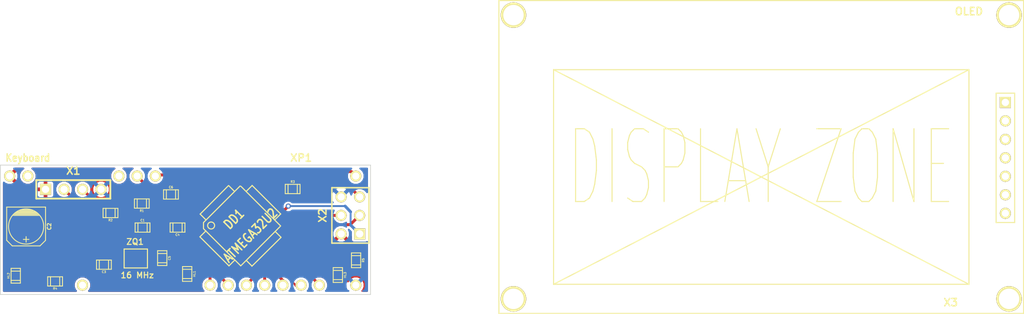
<source format=kicad_pcb>
(kicad_pcb (version 3) (host pcbnew "(2013-may-18)-stable")

  (general
    (links 60)
    (no_connects 23)
    (area 140.070999 35.670999 224.098601 116.92494)
    (thickness 1.6)
    (drawings 4)
    (tracks 91)
    (zones 0)
    (modules 20)
    (nets 35)
  )

  (page A3)
  (layers
    (15 F.Cu signal)
    (0 B.Cu signal)
    (16 B.Adhes user)
    (17 F.Adhes user)
    (18 B.Paste user)
    (19 F.Paste user)
    (20 B.SilkS user)
    (21 F.SilkS user)
    (22 B.Mask user)
    (23 F.Mask user)
    (24 Dwgs.User user)
    (25 Cmts.User user)
    (26 Eco1.User user)
    (27 Eco2.User user)
    (28 Edge.Cuts user)
  )

  (setup
    (last_trace_width 0.4)
    (trace_clearance 0.3)
    (zone_clearance 0.3)
    (zone_45_only no)
    (trace_min 0.1016)
    (segment_width 0.2)
    (edge_width 0.1)
    (via_size 0.7)
    (via_drill 0.4)
    (via_min_size 0.6)
    (via_min_drill 0.3)
    (uvia_size 0.2)
    (uvia_drill 0.1)
    (uvias_allowed no)
    (uvia_min_size 0.1)
    (uvia_min_drill 0.05)
    (pcb_text_width 0.3)
    (pcb_text_size 1.5 1.5)
    (mod_edge_width 0.15)
    (mod_text_size 1 1)
    (mod_text_width 0.15)
    (pad_size 3.5 3.5)
    (pad_drill 2.8)
    (pad_to_mask_clearance 0)
    (aux_axis_origin 0 0)
    (visible_elements 7FFFFFFF)
    (pcbplotparams
      (layerselection 3178497)
      (usegerberextensions true)
      (excludeedgelayer true)
      (linewidth 0.150000)
      (plotframeref false)
      (viasonmask false)
      (mode 1)
      (useauxorigin false)
      (hpglpennumber 1)
      (hpglpenspeed 20)
      (hpglpendiameter 15)
      (hpglpenoverlay 2)
      (psnegative false)
      (psa4output false)
      (plotreference true)
      (plotvalue true)
      (plotothertext true)
      (plotinvisibletext false)
      (padsonsilk false)
      (subtractmaskfromsilk false)
      (outputformat 1)
      (mirror false)
      (drillshape 1)
      (scaleselection 1)
      (outputdirectory ""))
  )

  (net 0 "")
  (net 1 /DBG_RSTn)
  (net 2 /KB_COL0)
  (net 3 /KB_COL1)
  (net 4 /KB_COL2)
  (net 5 /KB_COL3)
  (net 6 /KB_COL_EN)
  (net 7 /KB_DAT)
  (net 8 /KB_ROW0)
  (net 9 /KB_ROW1)
  (net 10 /KB_ROW2)
  (net 11 /LED_CAPS)
  (net 12 /LED_EN)
  (net 13 /LED_LAT)
  (net 14 /LED_NUM)
  (net 15 /LED_PWR)
  (net 16 /LED_RUS)
  (net 17 /LED_SCRL)
  (net 18 /OLED_CSn)
  (net 19 /OLED_DC)
  (net 20 /OLED_RSTn)
  (net 21 /SPI_CLK)
  (net 22 /SPI_MISO)
  (net 23 /SPI_MOSI)
  (net 24 /USB_CAP)
  (net 25 /USB_N)
  (net 26 /USB_P)
  (net 27 /XTAL_N)
  (net 28 /XTAL_P)
  (net 29 DGND)
  (net 30 N-0000013)
  (net 31 N-0000014)
  (net 32 N-000002)
  (net 33 N-0000021)
  (net 34 VCC5)

  (net_class Default "This is the default net class."
    (clearance 0.3)
    (trace_width 0.4)
    (via_dia 0.7)
    (via_drill 0.4)
    (uvia_dia 0.2)
    (uvia_drill 0.1)
    (add_net "")
    (add_net /DBG_RSTn)
    (add_net /KB_COL0)
    (add_net /KB_COL1)
    (add_net /KB_COL2)
    (add_net /KB_COL3)
    (add_net /KB_COL_EN)
    (add_net /KB_DAT)
    (add_net /KB_ROW0)
    (add_net /KB_ROW1)
    (add_net /KB_ROW2)
    (add_net /LED_CAPS)
    (add_net /LED_EN)
    (add_net /LED_LAT)
    (add_net /LED_NUM)
    (add_net /LED_PWR)
    (add_net /LED_RUS)
    (add_net /LED_SCRL)
    (add_net /OLED_CSn)
    (add_net /OLED_DC)
    (add_net /OLED_RSTn)
    (add_net /SPI_CLK)
    (add_net /SPI_MISO)
    (add_net /SPI_MOSI)
    (add_net /USB_CAP)
    (add_net /USB_N)
    (add_net /USB_P)
    (add_net /XTAL_N)
    (add_net /XTAL_P)
    (add_net N-0000013)
    (add_net N-0000014)
    (add_net N-000002)
    (add_net N-0000021)
  )

  (net_class PWR ""
    (clearance 0.3)
    (trace_width 1)
    (via_dia 1.3)
    (via_drill 0.4)
    (uvia_dia 0.2)
    (uvia_drill 0.1)
    (add_net DGND)
    (add_net VCC5)
  )

  (module ES1840_KB (layer F.Cu) (tedit 59282F97) (tstamp 59374DCB)
    (at 162.56 109.22)
    (descr "MCU socket on ES1840 keyboard")
    (tags "CONN DEV")
    (path /593886CF)
    (fp_text reference XP1 (at 40 -17.5) (layer F.SilkS)
      (effects (font (size 1.016 1.016) (thickness 0.2032)))
    )
    (fp_text value Keyboard (at 2.5 -17.5) (layer F.SilkS)
      (effects (font (size 1.016 0.889) (thickness 0.2032)))
    )
    (pad 33 thru_hole circle (at 17.5 -15) (size 1.524 1.524) (drill 1.00076)
      (layers *.Cu *.Mask F.SilkS)
      (net 13 /LED_LAT)
    )
    (pad 34 thru_hole circle (at 15 -15) (size 1.524 1.524) (drill 1.00076)
      (layers *.Cu *.Mask F.SilkS)
      (net 14 /LED_NUM)
    )
    (pad 39 thru_hole circle (at 2.5 -15) (size 1.524 1.524) (drill 1.00076)
      (layers *.Cu *.Mask F.SilkS)
      (net 7 /KB_DAT)
    )
    (pad 40 thru_hole circle (at 0 -15) (size 1.524 1.524) (drill 1.00076)
      (layers *.Cu *.Mask F.SilkS)
      (net 34 VCC5)
    )
    (pad 32 thru_hole circle (at 20 -15) (size 1.524 1.524) (drill 1.00076)
      (layers *.Cu *.Mask F.SilkS)
      (net 16 /LED_RUS)
    )
    (pad 5 thru_hole circle (at 10 0) (size 1.524 1.524) (drill 1.00076)
      (layers *.Cu *.Mask F.SilkS)
      (net 12 /LED_EN)
    )
    (pad 12 thru_hole circle (at 27.5 0) (size 1.524 1.524) (drill 1.00076)
      (layers *.Cu *.Mask F.SilkS)
      (net 2 /KB_COL0)
    )
    (pad 13 thru_hole circle (at 30 0) (size 1.524 1.524) (drill 1.00076)
      (layers *.Cu *.Mask F.SilkS)
      (net 3 /KB_COL1)
    )
    (pad 14 thru_hole circle (at 32.5 0) (size 1.524 1.524) (drill 1.00076)
      (layers *.Cu *.Mask F.SilkS)
      (net 4 /KB_COL2)
    )
    (pad 15 thru_hole circle (at 35 0) (size 1.524 1.524) (drill 1.00076)
      (layers *.Cu *.Mask F.SilkS)
      (net 5 /KB_COL3)
    )
    (pad 16 thru_hole circle (at 37.5 0) (size 1.524 1.524) (drill 1.00076)
      (layers *.Cu *.Mask F.SilkS)
      (net 8 /KB_ROW0)
    )
    (pad 17 thru_hole circle (at 40 0) (size 1.524 1.524) (drill 1.00076)
      (layers *.Cu *.Mask F.SilkS)
      (net 9 /KB_ROW1)
    )
    (pad 18 thru_hole circle (at 42.5 0) (size 1.524 1.524) (drill 1.00076)
      (layers *.Cu *.Mask F.SilkS)
      (net 10 /KB_ROW2)
    )
    (pad 20 thru_hole circle (at 47.5 0) (size 1.524 1.524) (drill 1.00076)
      (layers *.Cu *.Mask F.SilkS)
      (net 29 DGND)
    )
    (pad 21 thru_hole circle (at 47.5 -15) (size 1.524 1.524) (drill 1.00076)
      (layers *.Cu *.Mask F.SilkS)
      (net 6 /KB_COL_EN)
    )
  )

  (module TQFP32 (layer F.Cu) (tedit 43A670DA) (tstamp 594E8E34)
    (at 194.23888 101.03104 45)
    (path /593759F0)
    (fp_text reference DD1 (at 0 -1.27 45) (layer F.SilkS)
      (effects (font (size 1.27 1.016) (thickness 0.2032)))
    )
    (fp_text value ATMEGA32U2 (at 0 1.905 45) (layer F.SilkS)
      (effects (font (size 1.27 1.016) (thickness 0.2032)))
    )
    (fp_line (start 5.0292 2.7686) (end 3.8862 2.7686) (layer F.SilkS) (width 0.1524))
    (fp_line (start 5.0292 -2.7686) (end 3.9116 -2.7686) (layer F.SilkS) (width 0.1524))
    (fp_line (start 5.0292 2.7686) (end 5.0292 -2.7686) (layer F.SilkS) (width 0.1524))
    (fp_line (start 2.794 3.9624) (end 2.794 5.0546) (layer F.SilkS) (width 0.1524))
    (fp_line (start -2.8194 3.9878) (end -2.8194 5.0546) (layer F.SilkS) (width 0.1524))
    (fp_line (start -2.8448 5.0546) (end 2.794 5.08) (layer F.SilkS) (width 0.1524))
    (fp_line (start -2.794 -5.0292) (end 2.7178 -5.0546) (layer F.SilkS) (width 0.1524))
    (fp_line (start -3.8862 -3.2766) (end -3.8862 3.9116) (layer F.SilkS) (width 0.1524))
    (fp_line (start 2.7432 -5.0292) (end 2.7432 -3.9878) (layer F.SilkS) (width 0.1524))
    (fp_line (start -3.2512 -3.8862) (end 3.81 -3.8862) (layer F.SilkS) (width 0.1524))
    (fp_line (start 3.8608 3.937) (end 3.8608 -3.7846) (layer F.SilkS) (width 0.1524))
    (fp_line (start -3.8862 3.937) (end 3.7338 3.937) (layer F.SilkS) (width 0.1524))
    (fp_line (start -5.0292 -2.8448) (end -5.0292 2.794) (layer F.SilkS) (width 0.1524))
    (fp_line (start -5.0292 2.794) (end -3.8862 2.794) (layer F.SilkS) (width 0.1524))
    (fp_line (start -3.87604 -3.302) (end -3.29184 -3.8862) (layer F.SilkS) (width 0.1524))
    (fp_line (start -5.02412 -2.8448) (end -3.87604 -2.8448) (layer F.SilkS) (width 0.1524))
    (fp_line (start -2.794 -3.8862) (end -2.794 -5.03428) (layer F.SilkS) (width 0.1524))
    (fp_circle (center -2.83972 -2.86004) (end -2.43332 -2.60604) (layer F.SilkS) (width 0.1524))
    (pad 8 smd rect (at -4.81584 2.77622 45) (size 1.99898 0.44958)
      (layers F.Cu F.Paste F.Mask)
      (net 3 /KB_COL1)
    )
    (pad 7 smd rect (at -4.81584 1.97612 45) (size 1.99898 0.44958)
      (layers F.Cu F.Paste F.Mask)
      (net 2 /KB_COL0)
    )
    (pad 6 smd rect (at -4.81584 1.17602 45) (size 1.99898 0.44958)
      (layers F.Cu F.Paste F.Mask)
      (net 6 /KB_COL_EN)
    )
    (pad 5 smd rect (at -4.81584 0.37592 45) (size 1.99898 0.44958)
      (layers F.Cu F.Paste F.Mask)
      (net 14 /LED_NUM)
    )
    (pad 4 smd rect (at -4.81584 -0.42418 45) (size 1.99898 0.44958)
      (layers F.Cu F.Paste F.Mask)
      (net 34 VCC5)
    )
    (pad 3 smd rect (at -4.81584 -1.22428 45) (size 1.99898 0.44958)
      (layers F.Cu F.Paste F.Mask)
      (net 29 DGND)
    )
    (pad 2 smd rect (at -4.81584 -2.02438 45) (size 1.99898 0.44958)
      (layers F.Cu F.Paste F.Mask)
      (net 27 /XTAL_N)
    )
    (pad 1 smd rect (at -4.81584 -2.82448 45) (size 1.99898 0.44958)
      (layers F.Cu F.Paste F.Mask)
      (net 28 /XTAL_P)
    )
    (pad 24 smd rect (at 4.7498 -2.8194 45) (size 1.99898 0.44958)
      (layers F.Cu F.Paste F.Mask)
      (net 1 /DBG_RSTn)
    )
    (pad 17 smd rect (at 4.7498 2.794 45) (size 1.99898 0.44958)
      (layers F.Cu F.Paste F.Mask)
      (net 22 /SPI_MISO)
    )
    (pad 18 smd rect (at 4.7498 1.9812 45) (size 1.99898 0.44958)
      (layers F.Cu F.Paste F.Mask)
      (net 20 /OLED_RSTn)
    )
    (pad 19 smd rect (at 4.7498 1.1684 45) (size 1.99898 0.44958)
      (layers F.Cu F.Paste F.Mask)
      (net 19 /OLED_DC)
    )
    (pad 20 smd rect (at 4.7498 0.381 45) (size 1.99898 0.44958)
      (layers F.Cu F.Paste F.Mask)
      (net 7 /KB_DAT)
    )
    (pad 21 smd rect (at 4.7498 -0.4318 45) (size 1.99898 0.44958)
      (layers F.Cu F.Paste F.Mask)
      (net 17 /LED_SCRL)
    )
    (pad 22 smd rect (at 4.7498 -1.2192 45) (size 1.99898 0.44958)
      (layers F.Cu F.Paste F.Mask)
      (net 11 /LED_CAPS)
    )
    (pad 23 smd rect (at 4.7498 -2.032 45) (size 1.99898 0.44958)
      (layers F.Cu F.Paste F.Mask)
      (net 12 /LED_EN)
    )
    (pad 32 smd rect (at -2.82448 -4.826 45) (size 0.44958 1.99898)
      (layers F.Cu F.Paste F.Mask)
      (net 34 VCC5)
    )
    (pad 31 smd rect (at -2.02692 -4.826 45) (size 0.44958 1.99898)
      (layers F.Cu F.Paste F.Mask)
      (net 34 VCC5)
    )
    (pad 30 smd rect (at -1.22428 -4.826 45) (size 0.44958 1.99898)
      (layers F.Cu F.Paste F.Mask)
      (net 25 /USB_N)
    )
    (pad 29 smd rect (at -0.42672 -4.826 45) (size 0.44958 1.99898)
      (layers F.Cu F.Paste F.Mask)
      (net 26 /USB_P)
    )
    (pad 28 smd rect (at 0.37592 -4.826 45) (size 0.44958 1.99898)
      (layers F.Cu F.Paste F.Mask)
      (net 29 DGND)
    )
    (pad 27 smd rect (at 1.17348 -4.826 45) (size 0.44958 1.99898)
      (layers F.Cu F.Paste F.Mask)
      (net 24 /USB_CAP)
    )
    (pad 26 smd rect (at 1.97612 -4.826 45) (size 0.44958 1.99898)
      (layers F.Cu F.Paste F.Mask)
      (net 13 /LED_LAT)
    )
    (pad 25 smd rect (at 2.77368 -4.826 45) (size 0.44958 1.99898)
      (layers F.Cu F.Paste F.Mask)
      (net 16 /LED_RUS)
    )
    (pad 9 smd rect (at -2.8194 4.7752 45) (size 0.44958 1.99898)
      (layers F.Cu F.Paste F.Mask)
      (net 4 /KB_COL2)
    )
    (pad 10 smd rect (at -2.032 4.7752 45) (size 0.44958 1.99898)
      (layers F.Cu F.Paste F.Mask)
      (net 5 /KB_COL3)
    )
    (pad 11 smd rect (at -1.2192 4.7752 45) (size 0.44958 1.99898)
      (layers F.Cu F.Paste F.Mask)
      (net 8 /KB_ROW0)
    )
    (pad 12 smd rect (at -0.4318 4.7752 45) (size 0.44958 1.99898)
      (layers F.Cu F.Paste F.Mask)
      (net 9 /KB_ROW1)
    )
    (pad 13 smd rect (at 0.3556 4.7752 45) (size 0.44958 1.99898)
      (layers F.Cu F.Paste F.Mask)
      (net 10 /KB_ROW2)
    )
    (pad 14 smd rect (at 1.1684 4.7752 45) (size 0.44958 1.99898)
      (layers F.Cu F.Paste F.Mask)
      (net 18 /OLED_CSn)
    )
    (pad 15 smd rect (at 1.9812 4.7752 45) (size 0.44958 1.99898)
      (layers F.Cu F.Paste F.Mask)
      (net 21 /SPI_CLK)
    )
    (pad 16 smd rect (at 2.794 4.7752 45) (size 0.44958 1.99898)
      (layers F.Cu F.Paste F.Mask)
      (net 23 /SPI_MOSI)
    )
    (model smd/tqfp32.wrl
      (at (xyz 0 0 0))
      (scale (xyz 1 1 1))
      (rotate (xyz 0 0 0))
    )
  )

  (module c_elec_5x4.5 (layer F.Cu) (tedit 49F5AF52) (tstamp 59374E53)
    (at 164.825 101.15 270)
    (descr "SMT capacitor, aluminium electrolytic, 5x4.5")
    (path /594E8C58)
    (fp_text reference C2 (at 0 -3.175 270) (layer F.SilkS)
      (effects (font (size 0.50038 0.50038) (thickness 0.11938)))
    )
    (fp_text value "1 µF" (at 0 3.175 270) (layer F.SilkS) hide
      (effects (font (size 0.50038 0.50038) (thickness 0.11938)))
    )
    (fp_line (start -2.286 -0.635) (end -2.286 0.762) (layer F.SilkS) (width 0.127))
    (fp_line (start -2.159 -0.889) (end -2.159 0.889) (layer F.SilkS) (width 0.127))
    (fp_line (start -2.032 -1.27) (end -2.032 1.27) (layer F.SilkS) (width 0.127))
    (fp_line (start -1.905 1.397) (end -1.905 -1.397) (layer F.SilkS) (width 0.127))
    (fp_line (start -1.778 -1.524) (end -1.778 1.524) (layer F.SilkS) (width 0.127))
    (fp_line (start -1.651 1.651) (end -1.651 -1.651) (layer F.SilkS) (width 0.127))
    (fp_line (start -1.524 -1.778) (end -1.524 1.778) (layer F.SilkS) (width 0.127))
    (fp_circle (center 0 0) (end -2.413 0) (layer F.SilkS) (width 0.127))
    (fp_line (start -2.667 -2.667) (end 1.905 -2.667) (layer F.SilkS) (width 0.127))
    (fp_line (start 1.905 -2.667) (end 2.667 -1.905) (layer F.SilkS) (width 0.127))
    (fp_line (start 2.667 -1.905) (end 2.667 1.905) (layer F.SilkS) (width 0.127))
    (fp_line (start 2.667 1.905) (end 1.905 2.667) (layer F.SilkS) (width 0.127))
    (fp_line (start 1.905 2.667) (end -2.667 2.667) (layer F.SilkS) (width 0.127))
    (fp_line (start -2.667 2.667) (end -2.667 -2.667) (layer F.SilkS) (width 0.127))
    (fp_line (start 2.159 0) (end 1.397 0) (layer F.SilkS) (width 0.127))
    (fp_line (start 1.778 -0.381) (end 1.778 0.381) (layer F.SilkS) (width 0.127))
    (pad 1 smd rect (at 2.19964 0 270) (size 2.99974 1.6002)
      (layers F.Cu F.Paste F.Mask)
      (net 34 VCC5)
    )
    (pad 2 smd rect (at -2.19964 0 270) (size 2.99974 1.6002)
      (layers F.Cu F.Paste F.Mask)
      (net 29 DGND)
    )
    (model smd/capacitors/c_elec_5x4_5.wrl
      (at (xyz 0 0 0))
      (scale (xyz 1 1 1))
      (rotate (xyz 0 0 0))
    )
  )

  (module pin_array_4x1 (layer F.Cu) (tedit 4C10F42E) (tstamp 59388C05)
    (at 171.2976 96.0501)
    (descr "4x1 pin array with 2.54 mm pitch")
    (tags CONN)
    (path /594E8526)
    (fp_text reference X1 (at 0 -2.54) (layer F.SilkS)
      (effects (font (size 1.016 1.016) (thickness 0.2032)))
    )
    (fp_text value USB (at 0 2.54) (layer F.SilkS) hide
      (effects (font (size 1.016 1.016) (thickness 0.2032)))
    )
    (fp_line (start 5.08 1.27) (end -5.08 1.27) (layer F.SilkS) (width 0.254))
    (fp_line (start 5.08 -1.27) (end -5.08 -1.27) (layer F.SilkS) (width 0.254))
    (fp_line (start -5.08 -1.27) (end -5.08 1.27) (layer F.SilkS) (width 0.254))
    (fp_line (start 5.08 1.27) (end 5.08 -1.27) (layer F.SilkS) (width 0.254))
    (pad 1 thru_hole rect (at -3.81 0) (size 1.524 1.524) (drill 1.016)
      (layers *.Cu *.Mask F.SilkS)
      (net 34 VCC5)
    )
    (pad 2 thru_hole circle (at -1.27 0) (size 1.524 1.524) (drill 1.016)
      (layers *.Cu *.Mask F.SilkS)
      (net 33 N-0000021)
    )
    (pad 3 thru_hole circle (at 1.27 0) (size 1.524 1.524) (drill 1.016)
      (layers *.Cu *.Mask F.SilkS)
      (net 32 N-000002)
    )
    (pad 4 thru_hole circle (at 3.81 0) (size 1.524 1.524) (drill 1.016)
      (layers *.Cu *.Mask F.SilkS)
      (net 29 DGND)
    )
    (model 3d\pin_array_4x1.wrl
      (at (xyz 0 0 0))
      (scale (xyz 1 1 1))
      (rotate (xyz 0 0 0))
    )
  )

  (module i2c_spi_oled (layer F.Cu) (tedit 596EA7BF) (tstamp 59374E3B)
    (at 297.7 83.1 180)
    (descr "2.42 inch monochrome OLED display with I2C and SPI interface")
    (tags CONN)
    (path /594D34CB)
    (fp_text reference X3 (at 6 -28.5 180) (layer F.SilkS)
      (effects (font (size 1.016 1.016) (thickness 0.2032)))
    )
    (fp_text value OLED (at 3.5 11.5 180) (layer F.SilkS)
      (effects (font (size 1.016 1.016) (thickness 0.2032)))
    )
    (fp_text user "DISPLAY ZONE" (at 32 -10 180) (layer F.SilkS)
      (effects (font (size 10 5) (thickness 0.15)))
    )
    (fp_line (start 60.5 -26) (end 3.5 3.5) (layer F.SilkS) (width 0.15))
    (fp_line (start 3.5 -26) (end 60.5 3.5) (layer F.SilkS) (width 0.15))
    (fp_line (start 3.5 -26) (end 3.5 3.5) (layer F.SilkS) (width 0.15))
    (fp_line (start 3.5 3.5) (end 60.5 3.5) (layer F.SilkS) (width 0.15))
    (fp_line (start 60.5 3.5) (end 60.5 -26) (layer F.SilkS) (width 0.15))
    (fp_line (start 3.5 -26) (end 60.5 -26) (layer F.SilkS) (width 0.15))
    (fp_line (start -4 13) (end -4 -30) (layer F.SilkS) (width 0.15))
    (fp_line (start -4 -30) (end 68 -30) (layer F.SilkS) (width 0.15))
    (fp_line (start 68 -30) (end 68 13) (layer F.SilkS) (width 0.15))
    (fp_line (start 68 13) (end -4 13) (layer F.SilkS) (width 0.15))
    (fp_line (start -2.77 0.27) (end -0.23 0.27) (layer F.SilkS) (width 0.15))
    (fp_line (start -0.23 0.27) (end -0.23 -17.51) (layer F.SilkS) (width 0.15))
    (fp_line (start -0.23 -17.51) (end -2.77 -17.51) (layer F.SilkS) (width 0.15))
    (fp_line (start -2.77 -17.51) (end -2.77 0.27) (layer F.SilkS) (width 0.15))
    (pad "" np_thru_hole circle (at -2 11 180) (size 3.5 3.5) (drill 2.8)
      (layers *.Cu *.Mask F.SilkS)
    )
    (pad "" np_thru_hole circle (at 66 11 180) (size 3.5 3.5) (drill 2.8)
      (layers *.Cu *.Mask F.SilkS)
    )
    (pad "" np_thru_hole circle (at 66 -28 180) (size 3.5 3.5) (drill 2.8)
      (layers *.Cu *.Mask F.SilkS)
    )
    (pad 1 thru_hole rect (at -1.5 -1 270) (size 1.524 1.524) (drill 1.016)
      (layers *.Cu *.Mask F.SilkS)
      (net 29 DGND)
    )
    (pad 2 thru_hole circle (at -1.5 -3.54 270) (size 1.524 1.524) (drill 1.016)
      (layers *.Cu *.Mask F.SilkS)
      (net 34 VCC5)
    )
    (pad 3 thru_hole circle (at -1.5 -6.08 270) (size 1.524 1.524) (drill 1.016)
      (layers *.Cu *.Mask F.SilkS)
      (net 21 /SPI_CLK)
    )
    (pad 4 thru_hole circle (at -1.5 -8.62 270) (size 1.524 1.524) (drill 1.016)
      (layers *.Cu *.Mask F.SilkS)
      (net 23 /SPI_MOSI)
    )
    (pad 5 thru_hole circle (at -1.5 -11.16 270) (size 1.524 1.524) (drill 1.016)
      (layers *.Cu *.Mask F.SilkS)
      (net 20 /OLED_RSTn)
    )
    (pad 6 thru_hole circle (at -1.5 -13.7 270) (size 1.524 1.524) (drill 1.016)
      (layers *.Cu *.Mask F.SilkS)
      (net 19 /OLED_DC)
    )
    (pad 7 thru_hole circle (at -1.5 -16.24 270) (size 1.524 1.524) (drill 1.016)
      (layers *.Cu *.Mask F.SilkS)
      (net 18 /OLED_CSn)
    )
    (pad "" np_thru_hole circle (at -2 -28 180) (size 3.5 3.5) (drill 2.8)
      (layers *.Cu *.Mask F.SilkS)
    )
    (model pin_array_7x1.wrl
      (at (xyz 0 0 0))
      (scale (xyz 1 1 1))
      (rotate (xyz 0 0 0))
    )
  )

  (module pin_array_3x2 (layer F.Cu) (tedit 42931587) (tstamp 59374E2D)
    (at 209.3214 99.6315 90)
    (descr "3x2 pin array with 2.54 mm pitch")
    (tags CONN)
    (path /593761A8)
    (fp_text reference X2 (at 0 -3.81 90) (layer F.SilkS)
      (effects (font (size 1.016 1.016) (thickness 0.2032)))
    )
    (fp_text value ISP (at 0 3.81 90) (layer F.SilkS) hide
      (effects (font (size 1.016 1.016) (thickness 0.2032)))
    )
    (fp_line (start 3.81 2.54) (end -3.81 2.54) (layer F.SilkS) (width 0.2032))
    (fp_line (start -3.81 -2.54) (end 3.81 -2.54) (layer F.SilkS) (width 0.2032))
    (fp_line (start 3.81 -2.54) (end 3.81 2.54) (layer F.SilkS) (width 0.2032))
    (fp_line (start -3.81 2.54) (end -3.81 -2.54) (layer F.SilkS) (width 0.2032))
    (pad 1 thru_hole rect (at -2.54 1.27 90) (size 1.524 1.524) (drill 1.016)
      (layers *.Cu *.Mask F.SilkS)
      (net 22 /SPI_MISO)
    )
    (pad 2 thru_hole circle (at -2.54 -1.27 90) (size 1.524 1.524) (drill 1.016)
      (layers *.Cu *.Mask F.SilkS)
      (net 34 VCC5)
    )
    (pad 3 thru_hole circle (at 0 1.27 90) (size 1.524 1.524) (drill 1.016)
      (layers *.Cu *.Mask F.SilkS)
      (net 21 /SPI_CLK)
    )
    (pad 4 thru_hole circle (at 0 -1.27 90) (size 1.524 1.524) (drill 1.016)
      (layers *.Cu *.Mask F.SilkS)
      (net 23 /SPI_MOSI)
    )
    (pad 5 thru_hole circle (at 2.54 1.27 90) (size 1.524 1.524) (drill 1.016)
      (layers *.Cu *.Mask F.SilkS)
      (net 1 /DBG_RSTn)
    )
    (pad 6 thru_hole circle (at 2.54 -1.27 90) (size 1.524 1.524) (drill 1.016)
      (layers *.Cu *.Mask F.SilkS)
      (net 29 DGND)
    )
    (model 3d/pin_array_3x2.wrl
      (at (xyz 0 0 0))
      (scale (xyz 1 1 1))
      (rotate (xyz 0 0 0))
    )
  )

  (module crystal_FA238-TSX3225 (layer F.Cu) (tedit 514AEB06) (tstamp 594E85F5)
    (at 179.875 105.55)
    (descr "crystal Epson Toyocom FA-238 and TSX-3225 series")
    (path /594E7A8C)
    (fp_text reference ZQ1 (at -0.1 -2.3) (layer F.SilkS)
      (effects (font (size 0.8 0.8) (thickness 0.15)))
    )
    (fp_text value "16 MHz" (at 0.2 2.3) (layer F.SilkS)
      (effects (font (size 0.8 0.8) (thickness 0.15)))
    )
    (fp_line (start -1.6 -1.3) (end 1.6 -1.3) (layer F.SilkS) (width 0.15))
    (fp_line (start 1.6 -1.3) (end 1.6 1.3) (layer F.SilkS) (width 0.15))
    (fp_line (start 1.6 1.3) (end -1.6 1.3) (layer F.SilkS) (width 0.15))
    (fp_line (start -1.6 1.3) (end -1.6 -1.3) (layer F.SilkS) (width 0.15))
    (pad 1 smd rect (at -1.1 0.8) (size 1.4 1.2)
      (layers F.Cu F.Paste F.Mask)
      (net 28 /XTAL_P)
    )
    (pad 3 smd rect (at 1.1 0.8) (size 1.4 1.2)
      (layers F.Cu F.Paste F.Mask)
    )
    (pad 3 smd rect (at -1.1 -0.8) (size 1.4 1.2)
      (layers F.Cu F.Paste F.Mask)
    )
    (pad 2 smd rect (at 1.1 -0.8) (size 1.4 1.2)
      (layers F.Cu F.Paste F.Mask)
      (net 27 /XTAL_N)
    )
    (model smd/smd_crystal&oscillator/crystal_4pins_smd.wrl
      (at (xyz 0 0 0))
      (scale (xyz 0.24 0.24 0.24))
      (rotate (xyz 0 0 0))
    )
  )

  (module c_0805 (layer F.Cu) (tedit 49047394) (tstamp 596EFD85)
    (at 210.1 105.8 270)
    (descr "SMT capacitor, 0805")
    (path /596EA3A4)
    (fp_text reference R5 (at 0 -0.9906 270) (layer F.SilkS)
      (effects (font (size 0.29972 0.29972) (thickness 0.06096)))
    )
    (fp_text value "220 Ω" (at 0 0.9906 270) (layer F.SilkS) hide
      (effects (font (size 0.29972 0.29972) (thickness 0.06096)))
    )
    (fp_line (start 0.635 -0.635) (end 0.635 0.635) (layer F.SilkS) (width 0.127))
    (fp_line (start -0.635 -0.635) (end -0.635 0.6096) (layer F.SilkS) (width 0.127))
    (fp_line (start -1.016 -0.635) (end 1.016 -0.635) (layer F.SilkS) (width 0.127))
    (fp_line (start 1.016 -0.635) (end 1.016 0.635) (layer F.SilkS) (width 0.127))
    (fp_line (start 1.016 0.635) (end -1.016 0.635) (layer F.SilkS) (width 0.127))
    (fp_line (start -1.016 0.635) (end -1.016 -0.635) (layer F.SilkS) (width 0.127))
    (pad 1 smd rect (at 0.9525 0 270) (size 1.30048 1.4986)
      (layers F.Cu F.Paste F.Mask)
      (net 31 N-0000014)
    )
    (pad 2 smd rect (at -0.9525 0 270) (size 1.30048 1.4986)
      (layers F.Cu F.Paste F.Mask)
      (net 17 /LED_SCRL)
    )
    (model smd/capacitors/c_0805.wrl
      (at (xyz 0 0 0))
      (scale (xyz 1 1 1))
      (rotate (xyz 0 0 0))
    )
  )

  (module c_0805 (layer F.Cu) (tedit 49047394) (tstamp 596EFD91)
    (at 207.6 107.825 270)
    (descr "SMT capacitor, 0805")
    (path /596EA3B0)
    (fp_text reference HL3 (at 0 -0.9906 270) (layer F.SilkS)
      (effects (font (size 0.29972 0.29972) (thickness 0.06096)))
    )
    (fp_text value LED (at 0 0.9906 270) (layer F.SilkS) hide
      (effects (font (size 0.29972 0.29972) (thickness 0.06096)))
    )
    (fp_line (start 0.635 -0.635) (end 0.635 0.635) (layer F.SilkS) (width 0.127))
    (fp_line (start -0.635 -0.635) (end -0.635 0.6096) (layer F.SilkS) (width 0.127))
    (fp_line (start -1.016 -0.635) (end 1.016 -0.635) (layer F.SilkS) (width 0.127))
    (fp_line (start 1.016 -0.635) (end 1.016 0.635) (layer F.SilkS) (width 0.127))
    (fp_line (start 1.016 0.635) (end -1.016 0.635) (layer F.SilkS) (width 0.127))
    (fp_line (start -1.016 0.635) (end -1.016 -0.635) (layer F.SilkS) (width 0.127))
    (pad 1 smd rect (at 0.9525 0 270) (size 1.30048 1.4986)
      (layers F.Cu F.Paste F.Mask)
      (net 34 VCC5)
    )
    (pad 2 smd rect (at -0.9525 0 270) (size 1.30048 1.4986)
      (layers F.Cu F.Paste F.Mask)
      (net 31 N-0000014)
    )
    (model smd/capacitors/c_0805.wrl
      (at (xyz 0 0 0))
      (scale (xyz 1 1 1))
      (rotate (xyz 0 0 0))
    )
  )

  (module c_0805 (layer F.Cu) (tedit 49047394) (tstamp 596EA38A)
    (at 163.4 107.925 90)
    (descr "SMT capacitor, 0805")
    (path /596EFD91)
    (fp_text reference HL2 (at 0 -0.9906 90) (layer F.SilkS)
      (effects (font (size 0.29972 0.29972) (thickness 0.06096)))
    )
    (fp_text value LED (at 0 0.9906 90) (layer F.SilkS) hide
      (effects (font (size 0.29972 0.29972) (thickness 0.06096)))
    )
    (fp_line (start 0.635 -0.635) (end 0.635 0.635) (layer F.SilkS) (width 0.127))
    (fp_line (start -0.635 -0.635) (end -0.635 0.6096) (layer F.SilkS) (width 0.127))
    (fp_line (start -1.016 -0.635) (end 1.016 -0.635) (layer F.SilkS) (width 0.127))
    (fp_line (start 1.016 -0.635) (end 1.016 0.635) (layer F.SilkS) (width 0.127))
    (fp_line (start 1.016 0.635) (end -1.016 0.635) (layer F.SilkS) (width 0.127))
    (fp_line (start -1.016 0.635) (end -1.016 -0.635) (layer F.SilkS) (width 0.127))
    (pad 1 smd rect (at 0.9525 0 90) (size 1.30048 1.4986)
      (layers F.Cu F.Paste F.Mask)
      (net 34 VCC5)
    )
    (pad 2 smd rect (at -0.9525 0 90) (size 1.30048 1.4986)
      (layers F.Cu F.Paste F.Mask)
      (net 15 /LED_PWR)
    )
    (model smd/capacitors/c_0805.wrl
      (at (xyz 0 0 0))
      (scale (xyz 1 1 1))
      (rotate (xyz 0 0 0))
    )
  )

  (module c_0805 (layer F.Cu) (tedit 49047394) (tstamp 596EA37E)
    (at 168.8 108.7 180)
    (descr "SMT capacitor, 0805")
    (path /596EFD85)
    (fp_text reference R4 (at 0 -0.9906 180) (layer F.SilkS)
      (effects (font (size 0.29972 0.29972) (thickness 0.06096)))
    )
    (fp_text value "220 Ω" (at 0 0.9906 180) (layer F.SilkS) hide
      (effects (font (size 0.29972 0.29972) (thickness 0.06096)))
    )
    (fp_line (start 0.635 -0.635) (end 0.635 0.635) (layer F.SilkS) (width 0.127))
    (fp_line (start -0.635 -0.635) (end -0.635 0.6096) (layer F.SilkS) (width 0.127))
    (fp_line (start -1.016 -0.635) (end 1.016 -0.635) (layer F.SilkS) (width 0.127))
    (fp_line (start 1.016 -0.635) (end 1.016 0.635) (layer F.SilkS) (width 0.127))
    (fp_line (start 1.016 0.635) (end -1.016 0.635) (layer F.SilkS) (width 0.127))
    (fp_line (start -1.016 0.635) (end -1.016 -0.635) (layer F.SilkS) (width 0.127))
    (pad 1 smd rect (at 0.9525 0 180) (size 1.30048 1.4986)
      (layers F.Cu F.Paste F.Mask)
      (net 15 /LED_PWR)
    )
    (pad 2 smd rect (at -0.9525 0 180) (size 1.30048 1.4986)
      (layers F.Cu F.Paste F.Mask)
      (net 29 DGND)
    )
    (model smd/capacitors/c_0805.wrl
      (at (xyz 0 0 0))
      (scale (xyz 1 1 1))
      (rotate (xyz 0 0 0))
    )
  )

  (module c_0805 (layer F.Cu) (tedit 49047394) (tstamp 596EA372)
    (at 186.925 107.675 270)
    (descr "SMT capacitor, 0805")
    (path /596EA0C5)
    (fp_text reference HL1 (at 0 -0.9906 270) (layer F.SilkS)
      (effects (font (size 0.29972 0.29972) (thickness 0.06096)))
    )
    (fp_text value LED (at 0 0.9906 270) (layer F.SilkS) hide
      (effects (font (size 0.29972 0.29972) (thickness 0.06096)))
    )
    (fp_line (start 0.635 -0.635) (end 0.635 0.635) (layer F.SilkS) (width 0.127))
    (fp_line (start -0.635 -0.635) (end -0.635 0.6096) (layer F.SilkS) (width 0.127))
    (fp_line (start -1.016 -0.635) (end 1.016 -0.635) (layer F.SilkS) (width 0.127))
    (fp_line (start 1.016 -0.635) (end 1.016 0.635) (layer F.SilkS) (width 0.127))
    (fp_line (start 1.016 0.635) (end -1.016 0.635) (layer F.SilkS) (width 0.127))
    (fp_line (start -1.016 0.635) (end -1.016 -0.635) (layer F.SilkS) (width 0.127))
    (pad 1 smd rect (at 0.9525 0 270) (size 1.30048 1.4986)
      (layers F.Cu F.Paste F.Mask)
      (net 34 VCC5)
    )
    (pad 2 smd rect (at -0.9525 0 270) (size 1.30048 1.4986)
      (layers F.Cu F.Paste F.Mask)
      (net 30 N-0000013)
    )
    (model smd/capacitors/c_0805.wrl
      (at (xyz 0 0 0))
      (scale (xyz 1 1 1))
      (rotate (xyz 0 0 0))
    )
  )

  (module c_0805 (layer F.Cu) (tedit 49047394) (tstamp 594E8649)
    (at 183.5 105.5 270)
    (descr "SMT capacitor, 0805")
    (path /594E820C)
    (fp_text reference C5 (at 0 -0.9906 270) (layer F.SilkS)
      (effects (font (size 0.29972 0.29972) (thickness 0.06096)))
    )
    (fp_text value "18 pF" (at 0 0.9906 270) (layer F.SilkS) hide
      (effects (font (size 0.29972 0.29972) (thickness 0.06096)))
    )
    (fp_line (start 0.635 -0.635) (end 0.635 0.635) (layer F.SilkS) (width 0.127))
    (fp_line (start -0.635 -0.635) (end -0.635 0.6096) (layer F.SilkS) (width 0.127))
    (fp_line (start -1.016 -0.635) (end 1.016 -0.635) (layer F.SilkS) (width 0.127))
    (fp_line (start 1.016 -0.635) (end 1.016 0.635) (layer F.SilkS) (width 0.127))
    (fp_line (start 1.016 0.635) (end -1.016 0.635) (layer F.SilkS) (width 0.127))
    (fp_line (start -1.016 0.635) (end -1.016 -0.635) (layer F.SilkS) (width 0.127))
    (pad 1 smd rect (at 0.9525 0 270) (size 1.30048 1.4986)
      (layers F.Cu F.Paste F.Mask)
      (net 29 DGND)
    )
    (pad 2 smd rect (at -0.9525 0 270) (size 1.30048 1.4986)
      (layers F.Cu F.Paste F.Mask)
      (net 27 /XTAL_N)
    )
    (model smd/capacitors/c_0805.wrl
      (at (xyz 0 0 0))
      (scale (xyz 1 1 1))
      (rotate (xyz 0 0 0))
    )
  )

  (module c_0805 (layer F.Cu) (tedit 49047394) (tstamp 594E863D)
    (at 175.5 106.4 180)
    (descr "SMT capacitor, 0805")
    (path /594E81FD)
    (fp_text reference C3 (at 0 -0.9906 180) (layer F.SilkS)
      (effects (font (size 0.29972 0.29972) (thickness 0.06096)))
    )
    (fp_text value "18 pF" (at 0 0.9906 180) (layer F.SilkS) hide
      (effects (font (size 0.29972 0.29972) (thickness 0.06096)))
    )
    (fp_line (start 0.635 -0.635) (end 0.635 0.635) (layer F.SilkS) (width 0.127))
    (fp_line (start -0.635 -0.635) (end -0.635 0.6096) (layer F.SilkS) (width 0.127))
    (fp_line (start -1.016 -0.635) (end 1.016 -0.635) (layer F.SilkS) (width 0.127))
    (fp_line (start 1.016 -0.635) (end 1.016 0.635) (layer F.SilkS) (width 0.127))
    (fp_line (start 1.016 0.635) (end -1.016 0.635) (layer F.SilkS) (width 0.127))
    (fp_line (start -1.016 0.635) (end -1.016 -0.635) (layer F.SilkS) (width 0.127))
    (pad 1 smd rect (at 0.9525 0 180) (size 1.30048 1.4986)
      (layers F.Cu F.Paste F.Mask)
      (net 29 DGND)
    )
    (pad 2 smd rect (at -0.9525 0 180) (size 1.30048 1.4986)
      (layers F.Cu F.Paste F.Mask)
      (net 28 /XTAL_P)
    )
    (model smd/capacitors/c_0805.wrl
      (at (xyz 0 0 0))
      (scale (xyz 1 1 1))
      (rotate (xyz 0 0 0))
    )
  )

  (module c_0805 (layer F.Cu) (tedit 49047394) (tstamp 594E8631)
    (at 201.4 96)
    (descr "SMT capacitor, 0805")
    (path /594E86DF)
    (fp_text reference R3 (at 0 -0.9906) (layer F.SilkS)
      (effects (font (size 0.29972 0.29972) (thickness 0.06096)))
    )
    (fp_text value "220 Ω" (at 0 0.9906) (layer F.SilkS) hide
      (effects (font (size 0.29972 0.29972) (thickness 0.06096)))
    )
    (fp_line (start 0.635 -0.635) (end 0.635 0.635) (layer F.SilkS) (width 0.127))
    (fp_line (start -0.635 -0.635) (end -0.635 0.6096) (layer F.SilkS) (width 0.127))
    (fp_line (start -1.016 -0.635) (end 1.016 -0.635) (layer F.SilkS) (width 0.127))
    (fp_line (start 1.016 -0.635) (end 1.016 0.635) (layer F.SilkS) (width 0.127))
    (fp_line (start 1.016 0.635) (end -1.016 0.635) (layer F.SilkS) (width 0.127))
    (fp_line (start -1.016 0.635) (end -1.016 -0.635) (layer F.SilkS) (width 0.127))
    (pad 1 smd rect (at 0.9525 0) (size 1.30048 1.4986)
      (layers F.Cu F.Paste F.Mask)
      (net 30 N-0000013)
    )
    (pad 2 smd rect (at -0.9525 0) (size 1.30048 1.4986)
      (layers F.Cu F.Paste F.Mask)
      (net 11 /LED_CAPS)
    )
    (model smd/capacitors/c_0805.wrl
      (at (xyz 0 0 0))
      (scale (xyz 1 1 1))
      (rotate (xyz 0 0 0))
    )
  )

  (module c_0805 (layer F.Cu) (tedit 49047394) (tstamp 594E8625)
    (at 185.6 101.3 180)
    (descr "SMT capacitor, 0805")
    (path /594E8C71)
    (fp_text reference C4 (at 0 -0.9906 180) (layer F.SilkS)
      (effects (font (size 0.29972 0.29972) (thickness 0.06096)))
    )
    (fp_text value "100 nF" (at 0 0.9906 180) (layer F.SilkS) hide
      (effects (font (size 0.29972 0.29972) (thickness 0.06096)))
    )
    (fp_line (start 0.635 -0.635) (end 0.635 0.635) (layer F.SilkS) (width 0.127))
    (fp_line (start -0.635 -0.635) (end -0.635 0.6096) (layer F.SilkS) (width 0.127))
    (fp_line (start -1.016 -0.635) (end 1.016 -0.635) (layer F.SilkS) (width 0.127))
    (fp_line (start 1.016 -0.635) (end 1.016 0.635) (layer F.SilkS) (width 0.127))
    (fp_line (start 1.016 0.635) (end -1.016 0.635) (layer F.SilkS) (width 0.127))
    (fp_line (start -1.016 0.635) (end -1.016 -0.635) (layer F.SilkS) (width 0.127))
    (pad 1 smd rect (at 0.9525 0 180) (size 1.30048 1.4986)
      (layers F.Cu F.Paste F.Mask)
      (net 29 DGND)
    )
    (pad 2 smd rect (at -0.9525 0 180) (size 1.30048 1.4986)
      (layers F.Cu F.Paste F.Mask)
      (net 34 VCC5)
    )
    (model smd/capacitors/c_0805.wrl
      (at (xyz 0 0 0))
      (scale (xyz 1 1 1))
      (rotate (xyz 0 0 0))
    )
  )

  (module c_0805 (layer F.Cu) (tedit 49047394) (tstamp 594E8619)
    (at 180.7 98 180)
    (descr "SMT capacitor, 0805")
    (path /594E7F9F)
    (fp_text reference R1 (at 0 -0.9906 180) (layer F.SilkS)
      (effects (font (size 0.29972 0.29972) (thickness 0.06096)))
    )
    (fp_text value "22 Ω" (at 0 0.9906 180) (layer F.SilkS) hide
      (effects (font (size 0.29972 0.29972) (thickness 0.06096)))
    )
    (fp_line (start 0.635 -0.635) (end 0.635 0.635) (layer F.SilkS) (width 0.127))
    (fp_line (start -0.635 -0.635) (end -0.635 0.6096) (layer F.SilkS) (width 0.127))
    (fp_line (start -1.016 -0.635) (end 1.016 -0.635) (layer F.SilkS) (width 0.127))
    (fp_line (start 1.016 -0.635) (end 1.016 0.635) (layer F.SilkS) (width 0.127))
    (fp_line (start 1.016 0.635) (end -1.016 0.635) (layer F.SilkS) (width 0.127))
    (fp_line (start -1.016 0.635) (end -1.016 -0.635) (layer F.SilkS) (width 0.127))
    (pad 1 smd rect (at 0.9525 0 180) (size 1.30048 1.4986)
      (layers F.Cu F.Paste F.Mask)
      (net 32 N-000002)
    )
    (pad 2 smd rect (at -0.9525 0 180) (size 1.30048 1.4986)
      (layers F.Cu F.Paste F.Mask)
      (net 26 /USB_P)
    )
    (model smd/capacitors/c_0805.wrl
      (at (xyz 0 0 0))
      (scale (xyz 1 1 1))
      (rotate (xyz 0 0 0))
    )
  )

  (module c_0805 (layer F.Cu) (tedit 49047394) (tstamp 594E860D)
    (at 176.4 99.3 180)
    (descr "SMT capacitor, 0805")
    (path /594E7F90)
    (fp_text reference R2 (at 0 -0.9906 180) (layer F.SilkS)
      (effects (font (size 0.29972 0.29972) (thickness 0.06096)))
    )
    (fp_text value "22 Ω" (at 0 0.9906 180) (layer F.SilkS) hide
      (effects (font (size 0.29972 0.29972) (thickness 0.06096)))
    )
    (fp_line (start 0.635 -0.635) (end 0.635 0.635) (layer F.SilkS) (width 0.127))
    (fp_line (start -0.635 -0.635) (end -0.635 0.6096) (layer F.SilkS) (width 0.127))
    (fp_line (start -1.016 -0.635) (end 1.016 -0.635) (layer F.SilkS) (width 0.127))
    (fp_line (start 1.016 -0.635) (end 1.016 0.635) (layer F.SilkS) (width 0.127))
    (fp_line (start 1.016 0.635) (end -1.016 0.635) (layer F.SilkS) (width 0.127))
    (fp_line (start -1.016 0.635) (end -1.016 -0.635) (layer F.SilkS) (width 0.127))
    (pad 1 smd rect (at 0.9525 0 180) (size 1.30048 1.4986)
      (layers F.Cu F.Paste F.Mask)
      (net 33 N-0000021)
    )
    (pad 2 smd rect (at -0.9525 0 180) (size 1.30048 1.4986)
      (layers F.Cu F.Paste F.Mask)
      (net 25 /USB_N)
    )
    (model smd/capacitors/c_0805.wrl
      (at (xyz 0 0 0))
      (scale (xyz 1 1 1))
      (rotate (xyz 0 0 0))
    )
  )

  (module c_0805 (layer F.Cu) (tedit 49047394) (tstamp 594E8601)
    (at 184.7 96.75)
    (descr "SMT capacitor, 0805")
    (path /594E7AAA)
    (fp_text reference C6 (at 0 -0.9906) (layer F.SilkS)
      (effects (font (size 0.29972 0.29972) (thickness 0.06096)))
    )
    (fp_text value "1 µF" (at 0 0.9906) (layer F.SilkS) hide
      (effects (font (size 0.29972 0.29972) (thickness 0.06096)))
    )
    (fp_line (start 0.635 -0.635) (end 0.635 0.635) (layer F.SilkS) (width 0.127))
    (fp_line (start -0.635 -0.635) (end -0.635 0.6096) (layer F.SilkS) (width 0.127))
    (fp_line (start -1.016 -0.635) (end 1.016 -0.635) (layer F.SilkS) (width 0.127))
    (fp_line (start 1.016 -0.635) (end 1.016 0.635) (layer F.SilkS) (width 0.127))
    (fp_line (start 1.016 0.635) (end -1.016 0.635) (layer F.SilkS) (width 0.127))
    (fp_line (start -1.016 0.635) (end -1.016 -0.635) (layer F.SilkS) (width 0.127))
    (pad 1 smd rect (at 0.9525 0) (size 1.30048 1.4986)
      (layers F.Cu F.Paste F.Mask)
      (net 24 /USB_CAP)
    )
    (pad 2 smd rect (at -0.9525 0) (size 1.30048 1.4986)
      (layers F.Cu F.Paste F.Mask)
      (net 29 DGND)
    )
    (model smd/capacitors/c_0805.wrl
      (at (xyz 0 0 0))
      (scale (xyz 1 1 1))
      (rotate (xyz 0 0 0))
    )
  )

  (module c_0805 (layer F.Cu) (tedit 49047394) (tstamp 59374E47)
    (at 180.8 101.3)
    (descr "SMT capacitor, 0805")
    (path /594E8C4B)
    (fp_text reference C1 (at 0 -0.9906) (layer F.SilkS)
      (effects (font (size 0.29972 0.29972) (thickness 0.06096)))
    )
    (fp_text value "10 µF" (at 0 0.9906) (layer F.SilkS) hide
      (effects (font (size 0.29972 0.29972) (thickness 0.06096)))
    )
    (fp_line (start 0.635 -0.635) (end 0.635 0.635) (layer F.SilkS) (width 0.127))
    (fp_line (start -0.635 -0.635) (end -0.635 0.6096) (layer F.SilkS) (width 0.127))
    (fp_line (start -1.016 -0.635) (end 1.016 -0.635) (layer F.SilkS) (width 0.127))
    (fp_line (start 1.016 -0.635) (end 1.016 0.635) (layer F.SilkS) (width 0.127))
    (fp_line (start 1.016 0.635) (end -1.016 0.635) (layer F.SilkS) (width 0.127))
    (fp_line (start -1.016 0.635) (end -1.016 -0.635) (layer F.SilkS) (width 0.127))
    (pad 1 smd rect (at 0.9525 0) (size 1.30048 1.4986)
      (layers F.Cu F.Paste F.Mask)
      (net 34 VCC5)
    )
    (pad 2 smd rect (at -0.9525 0) (size 1.30048 1.4986)
      (layers F.Cu F.Paste F.Mask)
      (net 29 DGND)
    )
    (model smd/capacitors/c_0805.wrl
      (at (xyz 0 0 0))
      (scale (xyz 1 1 1))
      (rotate (xyz 0 0 0))
    )
  )

  (gr_line (start 161.29 110.49) (end 161.29 92.71) (angle 90) (layer Edge.Cuts) (width 0.1))
  (gr_line (start 212.09 110.49) (end 161.29 110.49) (angle 90) (layer Edge.Cuts) (width 0.1))
  (gr_line (start 212.09 92.71) (end 212.09 110.49) (angle 90) (layer Edge.Cuts) (width 0.1))
  (gr_line (start 161.29 92.71) (end 212.09 92.71) (angle 90) (layer Edge.Cuts) (width 0.1))

  (segment (start 210.5914 97.0915) (end 210.5914 97.0914) (width 0.4) (layer F.Cu) (net 1))
  (segment (start 196.882686 94.4) (end 195.603879 95.678807) (width 0.4) (layer F.Cu) (net 1) (tstamp 594E8F8A))
  (segment (start 207.9 94.4) (end 196.882686 94.4) (width 0.4) (layer F.Cu) (net 1) (tstamp 594E8F85))
  (segment (start 210.5914 97.0914) (end 207.9 94.4) (width 0.4) (layer F.Cu) (net 1) (tstamp 594E8F7F))
  (segment (start 190.06 109.22) (end 190.06 108.004576) (width 0.4) (layer F.Cu) (net 2))
  (segment (start 190.06 108.004576) (end 192.230895 105.833681) (width 0.4) (layer F.Cu) (net 2) (tstamp 594E8E58))
  (segment (start 192.56 109.22) (end 192.56 109.16) (width 0.4) (layer F.Cu) (net 3))
  (segment (start 192.56 109.16) (end 191.7 108.3) (width 0.4) (layer F.Cu) (net 3) (tstamp 594E8E5E))
  (segment (start 191.7 108.3) (end 191.7 107.496088) (width 0.4) (layer F.Cu) (net 3) (tstamp 594E8E66))
  (segment (start 191.7 107.496088) (end 192.796651 106.399437) (width 0.4) (layer F.Cu) (net 3) (tstamp 594E8E6A))
  (segment (start 195.06 109.22) (end 195.06 109.14) (width 0.4) (layer F.Cu) (net 4))
  (segment (start 195.06 109.14) (end 196.5 107.7) (width 0.4) (layer F.Cu) (net 4) (tstamp 594E8E83))
  (segment (start 196.5 107.7) (end 196.5 107.279394) (width 0.4) (layer F.Cu) (net 4) (tstamp 594E8E8F))
  (segment (start 196.5 107.279394) (end 195.621839 106.401233) (width 0.4) (layer F.Cu) (net 4) (tstamp 594E8E92))
  (segment (start 197.56 109.22) (end 197.56 107.225842) (width 0.4) (layer F.Cu) (net 5))
  (segment (start 197.56 107.225842) (end 196.178615 105.844457) (width 0.4) (layer F.Cu) (net 5) (tstamp 594E8E7E))
  (segment (start 191.665139 105.267925) (end 191.732075 105.267925) (width 0.4) (layer F.Cu) (net 6))
  (segment (start 209.44 93.6) (end 210.06 94.22) (width 0.4) (layer F.Cu) (net 6) (tstamp 596FE646))
  (segment (start 196.2 93.6) (end 209.44 93.6) (width 0.4) (layer F.Cu) (net 6) (tstamp 596FE640))
  (segment (start 194.2 95.6) (end 196.2 93.6) (width 0.4) (layer F.Cu) (net 6) (tstamp 596FE62D))
  (segment (start 194.2 102.8) (end 194.2 95.6) (width 0.4) (layer F.Cu) (net 6) (tstamp 596FE620))
  (segment (start 191.732075 105.267925) (end 194.2 102.8) (width 0.4) (layer F.Cu) (net 6) (tstamp 596FE61E))
  (segment (start 200.06 109.22) (end 200.06 108.576369) (width 0.4) (layer F.Cu) (net 8))
  (segment (start 200.06 108.576369) (end 196.753352 105.269721) (width 0.4) (layer F.Cu) (net 8) (tstamp 594E8E99))
  (segment (start 202.56 109.22) (end 201.817183 109.22) (width 0.4) (layer F.Cu) (net 9))
  (segment (start 201.817183 109.22) (end 197.310128 104.712945) (width 0.254) (layer F.Cu) (net 9) (tstamp 594E8E9E))
  (segment (start 205.06 109.22) (end 204.92 109.22) (width 0.254) (layer F.Cu) (net 10))
  (segment (start 201.310734 107.6) (end 197.866903 104.156169) (width 0.4) (layer F.Cu) (net 10) (tstamp 594E8EB7))
  (segment (start 205.12 109.22) (end 203.5 107.6) (width 0.4) (layer F.Cu) (net 10) (tstamp 594E8EA6))
  (segment (start 203.5 107.6) (end 201.310734 107.6) (width 0.4) (layer F.Cu) (net 10) (tstamp 594E8EAF))
  (segment (start 196.735391 96.81032) (end 196.735391 96.764609) (width 0.4) (layer F.Cu) (net 11))
  (segment (start 196.735391 96.764609) (end 197.5 96) (width 0.4) (layer F.Cu) (net 11) (tstamp 596FE3B0))
  (segment (start 197.5 96) (end 200.4475 96) (width 0.4) (layer F.Cu) (net 11) (tstamp 596FE3BC))
  (segment (start 180.06 94.22) (end 180.06 94.26) (width 0.4) (layer F.Cu) (net 13))
  (segment (start 190.802496 94.8) (end 192.223711 96.221215) (width 0.4) (layer F.Cu) (net 13) (tstamp 594E8F4A))
  (segment (start 183.828002 94.8) (end 190.802496 94.8) (width 0.4) (layer F.Cu) (net 13) (tstamp 594E8F43))
  (segment (start 183.128002 95.5) (end 183.828002 94.8) (width 0.4) (layer F.Cu) (net 13) (tstamp 594E8F42))
  (segment (start 181.3 95.5) (end 183.128002 95.5) (width 0.4) (layer F.Cu) (net 13) (tstamp 594E8F39))
  (segment (start 180.06 94.26) (end 181.3 95.5) (width 0.4) (layer F.Cu) (net 13) (tstamp 594E8F34))
  (segment (start 163.4 108.8775) (end 167.67 108.8775) (width 0.4) (layer F.Cu) (net 15))
  (segment (start 167.67 108.8775) (end 167.8475 108.7) (width 0.4) (layer F.Cu) (net 15) (tstamp 596FE356))
  (segment (start 182.66 94.07) (end 191.200416 94.07) (width 0.4) (layer F.Cu) (net 16))
  (segment (start 191.200416 94.07) (end 192.787671 95.657255) (width 0.4) (layer F.Cu) (net 16) (tstamp 594E8F21))
  (segment (start 210.5914 99.6315) (end 210.5685 99.6315) (width 0.4) (layer F.Cu) (net 21))
  (segment (start 200.30968 104.3) (end 199.016376 103.006696) (width 0.4) (layer F.Cu) (net 21) (tstamp 594E8FFD))
  (segment (start 202 104.3) (end 200.30968 104.3) (width 0.4) (layer F.Cu) (net 21) (tstamp 594E8FF5))
  (segment (start 205.4 100.9) (end 202 104.3) (width 0.4) (layer F.Cu) (net 21) (tstamp 594E8FE4))
  (segment (start 209.3 100.9) (end 205.4 100.9) (width 0.4) (layer F.Cu) (net 21) (tstamp 594E8FDD))
  (segment (start 210.5685 99.6315) (end 209.3 100.9) (width 0.4) (layer F.Cu) (net 21) (tstamp 594E8FD5))
  (segment (start 210.5914 102.1715) (end 210.5715 102.1715) (width 0.4) (layer B.Cu) (net 22))
  (segment (start 210.5715 102.1715) (end 209.35 100.95) (width 0.4) (layer B.Cu) (net 22) (tstamp 594E902F))
  (segment (start 209.35 100.95) (end 209.35 99.15) (width 0.254) (layer B.Cu) (net 22) (tstamp 594E9036))
  (segment (start 209.35 99.15) (end 208.6 98.35) (width 0.4) (layer B.Cu) (net 22) (tstamp 594E903C))
  (segment (start 208.6 98.35) (end 200.8 98.35) (width 0.254) (layer B.Cu) (net 22) (tstamp 594E903D))
  (via (at 200.8 98.35) (size 0.7) (layers F.Cu B.Cu) (net 22))
  (segment (start 200.8 98.35) (end 199.573152 99.626848) (width 0.4) (layer F.Cu) (net 22) (tstamp 594E9056))
  (segment (start 199.573152 99.626848) (end 199.573152 99.648081) (width 0.4) (layer F.Cu) (net 22) (tstamp 594E9057))
  (segment (start 208.0514 99.6315) (end 205.5685 99.6315) (width 0.4) (layer F.Cu) (net 23))
  (segment (start 200.659153 103.5) (end 199.591113 102.43196) (width 0.4) (layer F.Cu) (net 23) (tstamp 594E8FA8))
  (segment (start 201.7 103.5) (end 200.659153 103.5) (width 0.4) (layer F.Cu) (net 23) (tstamp 594E8FA5))
  (segment (start 205.5685 99.6315) (end 205 100.2) (width 0.4) (layer F.Cu) (net 23) (tstamp 594E8F9D))
  (segment (start 205 100.2) (end 201.7 103.5) (width 0.4) (layer F.Cu) (net 23) (tstamp 594E906D))
  (segment (start 191.656158 96.788767) (end 191.656158 96.756158) (width 0.4) (layer F.Cu) (net 24))
  (segment (start 186.8025 95.55) (end 185.6525 96.7) (width 0.4) (layer F.Cu) (net 24) (tstamp 596FE739))
  (segment (start 190.45 95.55) (end 186.8025 95.55) (width 0.4) (layer F.Cu) (net 24) (tstamp 596FE732))
  (segment (start 191.656158 96.756158) (end 190.45 95.55) (width 0.4) (layer F.Cu) (net 24) (tstamp 596FE72C))
  (segment (start 177.3525 99.3) (end 186.6 99.3) (width 0.4) (layer F.Cu) (net 25))
  (segment (start 188.976447 97.5) (end 189.960686 98.484239) (width 0.4) (layer F.Cu) (net 25) (tstamp 596FE767))
  (segment (start 188.4 97.5) (end 188.976447 97.5) (width 0.4) (layer F.Cu) (net 25) (tstamp 596FE763))
  (segment (start 186.6 99.3) (end 188.4 97.5) (width 0.4) (layer F.Cu) (net 25) (tstamp 596FE75D))
  (segment (start 181.6525 98) (end 186.9 98) (width 0.4) (layer F.Cu) (net 26))
  (segment (start 190.520279 97.920279) (end 190.524646 97.920279) (width 0.4) (layer F.Cu) (net 26) (tstamp 596FE759))
  (segment (start 189.1 96.5) (end 190.520279 97.920279) (width 0.4) (layer F.Cu) (net 26) (tstamp 596FE757))
  (segment (start 188.4 96.5) (end 189.1 96.5) (width 0.4) (layer F.Cu) (net 26) (tstamp 596FE752))
  (segment (start 186.9 98) (end 188.4 96.5) (width 0.4) (layer F.Cu) (net 26) (tstamp 596FE74D))
  (segment (start 183.5 104.5475) (end 187.859514 104.5475) (width 0.4) (layer F.Cu) (net 27))
  (segment (start 187.859514 104.5475) (end 189.402114 103.0049) (width 0.4) (layer F.Cu) (net 27) (tstamp 596FE40B))
  (segment (start 180.975 104.75) (end 183.2975 104.75) (width 0.4) (layer F.Cu) (net 27))
  (segment (start 183.2975 104.75) (end 183.5 104.5475) (width 0.4) (layer F.Cu) (net 27) (tstamp 596FE2AF))
  (segment (start 176.4525 106.4) (end 176.4525 104.3475) (width 0.4) (layer F.Cu) (net 28))
  (segment (start 176.4525 104.3475) (end 177.6 103.2) (width 0.4) (layer F.Cu) (net 28) (tstamp 596FE451))
  (segment (start 177.6 103.2) (end 188.075502 103.2) (width 0.4) (layer F.Cu) (net 28) (tstamp 596FE45A))
  (segment (start 188.075502 103.2) (end 188.836358 102.439144) (width 0.4) (layer F.Cu) (net 28) (tstamp 596FE463))
  (segment (start 176.4525 106.4) (end 178.725 106.4) (width 0.4) (layer F.Cu) (net 28))
  (segment (start 178.725 106.4) (end 178.775 106.35) (width 0.4) (layer F.Cu) (net 28) (tstamp 596FE44E))
  (segment (start 207.6 106.8725) (end 209.98 106.8725) (width 0.4) (layer F.Cu) (net 31))
  (segment (start 209.98 106.8725) (end 210.1 106.7525) (width 0.4) (layer F.Cu) (net 31) (tstamp 596FE386))
  (segment (start 179.7475 98) (end 174.5175 98) (width 0.4) (layer F.Cu) (net 32))
  (segment (start 174.5175 98) (end 172.5676 96.0501) (width 0.4) (layer F.Cu) (net 32) (tstamp 596FE775))
  (segment (start 175.4475 99.3) (end 173.2775 99.3) (width 0.4) (layer F.Cu) (net 33))
  (segment (start 173.2775 99.3) (end 170.0276 96.0501) (width 0.4) (layer F.Cu) (net 33) (tstamp 596FE77A))

  (zone (net 34) (net_name VCC5) (layer F.Cu) (tstamp 59388D59) (hatch edge 0.508)
    (connect_pads (clearance 0.3))
    (min_thickness 0.254)
    (fill (arc_segments 16) (thermal_gap 0.508) (thermal_bridge_width 0.508))
    (polygon
      (pts
        (xy 161.29 92.71) (xy 212.09 92.71) (xy 212.09 110.49) (xy 161.29 110.49)
      )
    )
    (filled_polygon
      (pts
        (xy 185.74889 99.927) (xy 185.543031 100.012059) (xy 185.416999 100.137871) (xy 185.383048 100.123774) (xy 185.213177 100.123626)
        (xy 183.912697 100.123626) (xy 183.7557 100.188496) (xy 183.635478 100.308508) (xy 183.570334 100.465392) (xy 183.570186 100.635263)
        (xy 183.570186 102.133863) (xy 183.635056 102.29086) (xy 183.755068 102.411082) (xy 183.911952 102.476226) (xy 184.081823 102.476374)
        (xy 185.382303 102.476374) (xy 185.416934 102.462064) (xy 185.528063 102.573) (xy 182.776936 102.573) (xy 182.940753 102.409468)
        (xy 183.037629 102.176164) (xy 183.03785 101.923545) (xy 183.03774 101.58575) (xy 182.87899 101.427) (xy 181.8795 101.427)
        (xy 181.8795 101.447) (xy 181.6255 101.447) (xy 181.6255 101.427) (xy 181.6055 101.427) (xy 181.6055 101.173)
        (xy 181.6255 101.173) (xy 181.6255 101.153) (xy 181.8795 101.153) (xy 181.8795 101.173) (xy 182.87899 101.173)
        (xy 183.03774 101.01425) (xy 183.03785 100.676455) (xy 183.037629 100.423836) (xy 182.940753 100.190532) (xy 182.761969 100.012059)
        (xy 182.556109 99.927) (xy 185.74889 99.927)
      )
    )
    (filled_polygon
      (pts
        (xy 193.573 102.540288) (xy 192.263934 103.849353) (xy 192.207271 103.792591) (xy 192.034296 103.619617) (xy 192.034433 103.462862)
        (xy 191.937963 103.229389) (xy 191.881056 103.172383) (xy 191.656607 103.172383) (xy 190.702904 104.126086) (xy 190.727373 104.150555)
        (xy 190.547768 104.33016) (xy 190.523299 104.305691) (xy 189.569596 105.259394) (xy 189.569596 105.483843) (xy 189.626602 105.54075)
        (xy 189.860075 105.63722) (xy 190.016829 105.637083) (xy 190.309395 105.929648) (xy 190.400055 105.967293) (xy 190.437238 106.057281)
        (xy 190.55725 106.177503) (xy 190.778805 106.399058) (xy 189.616644 107.56122) (xy 189.480728 107.764633) (xy 189.433 108.004576)
        (xy 189.433 108.192572) (xy 189.387366 108.211428) (xy 189.052603 108.545607) (xy 188.871208 108.982456) (xy 188.870795 109.455469)
        (xy 189.051428 109.892634) (xy 189.171584 110.013) (xy 188.30941 110.013) (xy 188.30941 109.403495) (xy 188.30941 107.851505)
        (xy 188.212941 107.618031) (xy 188.087128 107.491999) (xy 188.101226 107.458048) (xy 188.101374 107.288177) (xy 188.101374 105.987697)
        (xy 188.036504 105.8307) (xy 187.916492 105.710478) (xy 187.759608 105.645334) (xy 187.589737 105.645186) (xy 186.091137 105.645186)
        (xy 185.93414 105.710056) (xy 185.813918 105.830068) (xy 185.748774 105.986952) (xy 185.748626 106.156823) (xy 185.748626 107.457303)
        (xy 185.762935 107.491934) (xy 185.637059 107.618031) (xy 185.54059 107.851505) (xy 185.5407 108.34175) (xy 185.69945 108.5005)
        (xy 186.798 108.5005) (xy 186.798 108.4805) (xy 187.052 108.4805) (xy 187.052 108.5005) (xy 188.15055 108.5005)
        (xy 188.3093 108.34175) (xy 188.30941 107.851505) (xy 188.30941 109.403495) (xy 188.3093 108.91325) (xy 188.15055 108.7545)
        (xy 187.052 108.7545) (xy 187.052 109.75399) (xy 187.21075 109.91274) (xy 187.548545 109.91285) (xy 187.801164 109.912629)
        (xy 188.034468 109.815753) (xy 188.212941 109.636969) (xy 188.30941 109.403495) (xy 188.30941 110.013) (xy 186.798 110.013)
        (xy 186.798 109.75399) (xy 186.798 108.7545) (xy 185.69945 108.7545) (xy 185.5407 108.91325) (xy 185.54059 109.403495)
        (xy 185.637059 109.636969) (xy 185.815532 109.815753) (xy 186.048836 109.912629) (xy 186.301455 109.91285) (xy 186.63925 109.91274)
        (xy 186.798 109.75399) (xy 186.798 110.013) (xy 173.448582 110.013) (xy 173.567397 109.894393) (xy 173.748792 109.457544)
        (xy 173.749205 108.984531) (xy 173.568572 108.547366) (xy 173.234393 108.212603) (xy 172.797544 108.031208) (xy 172.324531 108.030795)
        (xy 171.887366 108.211428) (xy 171.552603 108.545607) (xy 171.371208 108.982456) (xy 171.370795 109.455469) (xy 171.551428 109.892634)
        (xy 171.671584 110.013) (xy 170.829814 110.013) (xy 170.829814 109.364737) (xy 170.829814 107.866137) (xy 170.764944 107.70914)
        (xy 170.644932 107.588918) (xy 170.488048 107.523774) (xy 170.318177 107.523626) (xy 169.017697 107.523626) (xy 168.8607 107.588496)
        (xy 168.799999 107.64909) (xy 168.739932 107.588918) (xy 168.583048 107.523774) (xy 168.413177 107.523626) (xy 167.3606 107.523626)
        (xy 167.3606 97.28835) (xy 167.3606 96.1771) (xy 167.3606 95.9231) (xy 167.3606 94.81185) (xy 167.20185 94.6531)
        (xy 166.599845 94.65299) (xy 166.366371 94.749459) (xy 166.187587 94.927932) (xy 166.090711 95.161236) (xy 166.09049 95.413855)
        (xy 166.0906 95.76435) (xy 166.24935 95.9231) (xy 167.3606 95.9231) (xy 167.3606 96.1771) (xy 166.24935 96.1771)
        (xy 166.0906 96.33585) (xy 166.09049 96.686345) (xy 166.090711 96.938964) (xy 166.187587 97.172268) (xy 166.366371 97.350741)
        (xy 166.599845 97.44721) (xy 167.20185 97.4471) (xy 167.3606 97.28835) (xy 167.3606 107.523626) (xy 167.112697 107.523626)
        (xy 166.9557 107.588496) (xy 166.835478 107.708508) (xy 166.770334 107.865392) (xy 166.770186 108.035263) (xy 166.770186 108.2505)
        (xy 166.26021 108.2505) (xy 166.26021 104.975265) (xy 166.26021 101.724015) (xy 166.163741 101.490541) (xy 166.052174 101.378779)
        (xy 166.052174 100.365667) (xy 166.052174 97.365927) (xy 165.987304 97.20893) (xy 165.867292 97.088708) (xy 165.710408 97.023564)
        (xy 165.540537 97.023416) (xy 163.940337 97.023416) (xy 163.78334 97.088286) (xy 163.663118 97.208298) (xy 163.597974 97.365182)
        (xy 163.597826 97.535053) (xy 163.597826 100.534793) (xy 163.662696 100.69179) (xy 163.782708 100.812012) (xy 163.939592 100.877156)
        (xy 164.109463 100.877304) (xy 165.709663 100.877304) (xy 165.86666 100.812434) (xy 165.986882 100.692422) (xy 166.052026 100.535538)
        (xy 166.052174 100.365667) (xy 166.052174 101.378779) (xy 165.985268 101.311757) (xy 165.751964 101.214881) (xy 165.499345 101.21466)
        (xy 165.11075 101.21477) (xy 164.952 101.37352) (xy 164.952 103.22264) (xy 166.10135 103.22264) (xy 166.2601 103.06389)
        (xy 166.26021 101.724015) (xy 166.26021 104.975265) (xy 166.2601 103.63539) (xy 166.10135 103.47664) (xy 164.952 103.47664)
        (xy 164.952 105.32576) (xy 165.11075 105.48451) (xy 165.499345 105.48462) (xy 165.751964 105.484399) (xy 165.985268 105.387523)
        (xy 166.163741 105.208739) (xy 166.26021 104.975265) (xy 166.26021 108.2505) (xy 164.576374 108.2505) (xy 164.576374 108.142697)
        (xy 164.562064 108.108065) (xy 164.687941 107.981969) (xy 164.78441 107.748495) (xy 164.78441 106.196505) (xy 164.698 105.987375)
        (xy 164.698 105.32576) (xy 164.698 103.47664) (xy 164.698 103.22264) (xy 164.698 101.37352) (xy 164.53925 101.21477)
        (xy 164.150655 101.21466) (xy 163.898036 101.214881) (xy 163.664732 101.311757) (xy 163.486259 101.490541) (xy 163.38979 101.724015)
        (xy 163.3899 103.06389) (xy 163.54865 103.22264) (xy 164.698 103.22264) (xy 164.698 103.47664) (xy 163.54865 103.47664)
        (xy 163.3899 103.63539) (xy 163.38979 104.975265) (xy 163.486259 105.208739) (xy 163.664732 105.387523) (xy 163.898036 105.484399)
        (xy 164.150655 105.48462) (xy 164.53925 105.48451) (xy 164.698 105.32576) (xy 164.698 105.987375) (xy 164.687941 105.963031)
        (xy 164.509468 105.784247) (xy 164.276164 105.687371) (xy 164.023545 105.68715) (xy 163.68575 105.68726) (xy 163.527 105.84601)
        (xy 163.527 106.8455) (xy 164.62555 106.8455) (xy 164.7843 106.68675) (xy 164.78441 106.196505) (xy 164.78441 107.748495)
        (xy 164.7843 107.25825) (xy 164.62555 107.0995) (xy 163.527 107.0995) (xy 163.527 107.1195) (xy 163.273 107.1195)
        (xy 163.273 107.0995) (xy 163.273 106.8455) (xy 163.273 105.84601) (xy 163.11425 105.68726) (xy 162.776455 105.68715)
        (xy 162.523836 105.687371) (xy 162.290532 105.784247) (xy 162.112059 105.963031) (xy 162.01559 106.196505) (xy 162.0157 106.68675)
        (xy 162.17445 106.8455) (xy 163.273 106.8455) (xy 163.273 107.0995) (xy 162.17445 107.0995) (xy 162.0157 107.25825)
        (xy 162.01559 107.748495) (xy 162.112059 107.981969) (xy 162.237871 108.108) (xy 162.223774 108.141952) (xy 162.223626 108.311823)
        (xy 162.223626 109.612303) (xy 162.288496 109.7693) (xy 162.408508 109.889522) (xy 162.565392 109.954666) (xy 162.735263 109.954814)
        (xy 164.233863 109.954814) (xy 164.39086 109.889944) (xy 164.511082 109.769932) (xy 164.576226 109.613048) (xy 164.57632 109.5045)
        (xy 166.770186 109.5045) (xy 166.770186 109.533863) (xy 166.835056 109.69086) (xy 166.955068 109.811082) (xy 167.111952 109.876226)
        (xy 167.281823 109.876374) (xy 168.582303 109.876374) (xy 168.7393 109.811504) (xy 168.8 109.750909) (xy 168.860068 109.811082)
        (xy 169.016952 109.876226) (xy 169.186823 109.876374) (xy 170.487303 109.876374) (xy 170.6443 109.811504) (xy 170.764522 109.691492)
        (xy 170.829666 109.534608) (xy 170.829814 109.364737) (xy 170.829814 110.013) (xy 161.767 110.013) (xy 161.767 95.226733)
        (xy 161.828858 95.442396) (xy 162.352304 95.629143) (xy 162.907369 95.60136) (xy 163.291142 95.442396) (xy 163.360607 95.200212)
        (xy 162.56 94.399605) (xy 162.545857 94.413747) (xy 162.366252 94.234142) (xy 162.380395 94.22) (xy 162.366252 94.205857)
        (xy 162.545857 94.026252) (xy 162.56 94.040395) (xy 163.360607 93.239788) (xy 163.345465 93.187) (xy 164.446486 93.187)
        (xy 164.387366 93.211428) (xy 164.052603 93.545607) (xy 163.9291 93.843034) (xy 163.782396 93.488858) (xy 163.540212 93.419393)
        (xy 162.739605 94.22) (xy 163.540212 95.020607) (xy 163.782396 94.951142) (xy 163.918255 94.570332) (xy 164.051428 94.892634)
        (xy 164.385607 95.227397) (xy 164.822456 95.408792) (xy 165.295469 95.409205) (xy 165.732634 95.228572) (xy 166.067397 94.894393)
        (xy 166.248792 94.457544) (xy 166.249205 93.984531) (xy 166.068572 93.547366) (xy 165.734393 93.212603) (xy 165.672733 93.187)
        (xy 176.946486 93.187) (xy 176.887366 93.211428) (xy 176.552603 93.545607) (xy 176.371208 93.982456) (xy 176.370795 94.455469)
        (xy 176.551428 94.892634) (xy 176.885607 95.227397) (xy 177.322456 95.408792) (xy 177.795469 95.409205) (xy 178.232634 95.228572)
        (xy 178.567397 94.894393) (xy 178.748792 94.457544) (xy 178.749205 93.984531) (xy 178.568572 93.547366) (xy 178.234393 93.212603)
        (xy 178.172733 93.187) (xy 179.446486 93.187) (xy 179.387366 93.211428) (xy 179.052603 93.545607) (xy 178.871208 93.982456)
        (xy 178.870795 94.455469) (xy 179.051428 94.892634) (xy 179.385607 95.227397) (xy 179.822456 95.408792) (xy 180.295469 95.409205)
        (xy 180.314591 95.401303) (xy 180.756644 95.843356) (xy 180.960058 95.979272) (xy 181.2 96.027) (xy 181.439942 95.979272)
        (xy 181.477764 95.954) (xy 182.670256 95.954) (xy 182.670186 96.035263) (xy 182.670186 97.021826) (xy 182.664944 97.00914)
        (xy 182.544932 96.888918) (xy 182.388048 96.823774) (xy 182.218177 96.823626) (xy 180.917697 96.823626) (xy 180.7607 96.888496)
        (xy 180.699999 96.94909) (xy 180.639932 96.888918) (xy 180.483048 96.823774) (xy 180.313177 96.823626) (xy 179.012697 96.823626)
        (xy 178.8557 96.888496) (xy 178.735478 97.008508) (xy 178.670334 97.165392) (xy 178.670186 97.335263) (xy 178.670186 97.373)
        (xy 174.777212 97.373) (xy 174.481947 97.077735) (xy 174.870056 97.238892) (xy 175.343069 97.239305) (xy 175.780234 97.058672)
        (xy 176.114997 96.724493) (xy 176.296392 96.287644) (xy 176.296805 95.814631) (xy 176.116172 95.377466) (xy 175.781993 95.042703)
        (xy 175.345144 94.861308) (xy 174.872131 94.860895) (xy 174.434966 95.041528) (xy 174.100203 95.375707) (xy 173.918808 95.812556)
        (xy 173.918395 96.285569) (xy 174.079369 96.675157) (xy 173.737456 96.333244) (xy 173.756392 96.287644) (xy 173.756805 95.814631)
        (xy 173.576172 95.377466) (xy 173.241993 95.042703) (xy 172.805144 94.861308) (xy 172.332131 94.860895) (xy 171.894966 95.041528)
        (xy 171.560203 95.375707) (xy 171.378808 95.812556) (xy 171.378395 96.285569) (xy 171.53937 96.675158) (xy 171.197456 96.333245)
        (xy 171.216392 96.287644) (xy 171.216805 95.814631) (xy 171.036172 95.377466) (xy 170.701993 95.042703) (xy 170.265144 94.861308)
        (xy 169.792131 94.860895) (xy 169.354966 95.041528) (xy 169.020203 95.375707) (xy 168.884619 95.702229) (xy 168.88471 95.413855)
        (xy 168.884489 95.161236) (xy 168.787613 94.927932) (xy 168.608829 94.749459) (xy 168.375355 94.65299) (xy 167.77335 94.6531)
        (xy 167.6146 94.81185) (xy 167.6146 95.9231) (xy 167.6346 95.9231) (xy 167.6346 96.1771) (xy 167.6146 96.1771)
        (xy 167.6146 97.28835) (xy 167.77335 97.4471) (xy 168.375355 97.44721) (xy 168.608829 97.350741) (xy 168.787613 97.172268)
        (xy 168.884489 96.938964) (xy 168.88471 96.686345) (xy 168.884619 96.39744) (xy 169.019028 96.722734) (xy 169.353207 97.057497)
        (xy 169.790056 97.238892) (xy 170.263069 97.239305) (xy 170.310496 97.219708) (xy 172.834141 99.743352) (xy 172.834144 99.743356)
        (xy 173.037557 99.879272) (xy 173.037558 99.879272) (xy 173.2775 99.927) (xy 174.370186 99.927) (xy 174.370186 100.133863)
        (xy 174.435056 100.29086) (xy 174.555068 100.411082) (xy 174.711952 100.476226) (xy 174.881823 100.476374) (xy 176.182303 100.476374)
        (xy 176.3393 100.411504) (xy 176.4 100.350909) (xy 176.460068 100.411082) (xy 176.616952 100.476226) (xy 176.786823 100.476374)
        (xy 178.087303 100.476374) (xy 178.2443 100.411504) (xy 178.364522 100.291492) (xy 178.429666 100.134608) (xy 178.429814 99.964737)
        (xy 178.429814 99.927) (xy 180.94889 99.927) (xy 180.743031 100.012059) (xy 180.616999 100.137871) (xy 180.583048 100.123774)
        (xy 180.413177 100.123626) (xy 179.112697 100.123626) (xy 178.9557 100.188496) (xy 178.835478 100.308508) (xy 178.770334 100.465392)
        (xy 178.770186 100.635263) (xy 178.770186 102.133863) (xy 178.835056 102.29086) (xy 178.955068 102.411082) (xy 179.111952 102.476226)
        (xy 179.281823 102.476374) (xy 180.582303 102.476374) (xy 180.616934 102.462064) (xy 180.728063 102.573) (xy 177.6 102.573)
        (xy 177.360057 102.620728) (xy 177.156644 102.756644) (xy 176.009144 103.904144) (xy 175.873228 104.107557) (xy 175.8255 104.3475)
        (xy 175.8255 105.223626) (xy 175.717697 105.223626) (xy 175.5607 105.288496) (xy 175.499999 105.34909) (xy 175.439932 105.288918)
        (xy 175.283048 105.223774) (xy 175.113177 105.223626) (xy 173.812697 105.223626) (xy 173.6557 105.288496) (xy 173.535478 105.408508)
        (xy 173.470334 105.565392) (xy 173.470186 105.735263) (xy 173.470186 107.233863) (xy 173.535056 107.39086) (xy 173.655068 107.511082)
        (xy 173.811952 107.576226) (xy 173.981823 107.576374) (xy 175.282303 107.576374) (xy 175.4393 107.511504) (xy 175.5 107.450909)
        (xy 175.560068 107.511082) (xy 175.716952 107.576226) (xy 175.886823 107.576374) (xy 177.187303 107.576374) (xy 177.3443 107.511504)
        (xy 177.464522 107.391492) (xy 177.529666 107.234608) (xy 177.529814 107.064737) (xy 177.529814 107.027) (xy 177.647926 107.027)
        (xy 177.647926 107.034563) (xy 177.712796 107.19156) (xy 177.832808 107.311782) (xy 177.989692 107.376926) (xy 178.159563 107.377074)
        (xy 179.559563 107.377074) (xy 179.71656 107.312204) (xy 179.836782 107.192192) (xy 179.875013 107.10012) (xy 179.912796 107.19156)
        (xy 180.032808 107.311782) (xy 180.189692 107.376926) (xy 180.359563 107.377074) (xy 181.759563 107.377074) (xy 181.91656 107.312204)
        (xy 182.036782 107.192192) (xy 182.101926 107.035308) (xy 182.102074 106.865437) (xy 182.102074 105.665437) (xy 182.054339 105.549909)
        (xy 182.101926 105.435308) (xy 182.101976 105.377) (xy 182.362754 105.377) (xy 182.388496 105.4393) (xy 182.44909 105.5)
        (xy 182.388918 105.560068) (xy 182.323774 105.716952) (xy 182.323626 105.886823) (xy 182.323626 107.187303) (xy 182.388496 107.3443)
        (xy 182.508508 107.464522) (xy 182.665392 107.529666) (xy 182.835263 107.529814) (xy 184.333863 107.529814) (xy 184.49086 107.464944)
        (xy 184.611082 107.344932) (xy 184.676226 107.188048) (xy 184.676374 107.018177) (xy 184.676374 105.717697) (xy 184.611504 105.5607)
        (xy 184.550909 105.499999) (xy 184.611082 105.439932) (xy 184.676226 105.283048) (xy 184.67632 105.1745) (xy 187.859514 105.1745)
        (xy 188.099456 105.126772) (xy 188.099457 105.126772) (xy 188.30287 104.990856) (xy 188.836756 104.456969) (xy 188.859981 104.480234)
        (xy 189.032955 104.653207) (xy 189.032819 104.809964) (xy 189.129289 105.043437) (xy 189.186195 105.100443) (xy 189.410645 105.100443)
        (xy 190.364348 104.14674) (xy 190.339878 104.12227) (xy 190.519483 103.942665) (xy 190.543953 103.967135) (xy 191.497656 103.013432)
        (xy 191.497656 102.788982) (xy 191.44065 102.732076) (xy 191.207177 102.635606) (xy 191.050423 102.635742) (xy 190.757857 102.343177)
        (xy 190.667197 102.305532) (xy 190.630015 102.215544) (xy 190.510003 102.095322) (xy 190.357164 101.942483) (xy 190.357164 100.399279)
        (xy 190.357164 100.174773) (xy 190.329885 100.147494) (xy 190.329981 100.037792) (xy 190.233511 99.80432) (xy 190.055039 99.625535)
        (xy 189.639193 99.209844) (xy 189.414687 99.209844) (xy 189.403461 99.22107) (xy 188.998452 99.626079) (xy 188.987226 99.637305)
        (xy 188.987226 99.861811) (xy 189.402917 100.277657) (xy 189.581702 100.456129) (xy 189.815174 100.552599) (xy 189.924876 100.552503)
        (xy 189.952155 100.579782) (xy 190.176661 100.579782) (xy 190.232883 100.523716) (xy 190.252897 100.475515) (xy 190.301098 100.455501)
        (xy 190.357164 100.399279) (xy 190.357164 101.942483) (xy 190.192101 101.777421) (xy 190.101441 101.739776) (xy 190.064259 101.649788)
        (xy 189.944247 101.529566) (xy 189.793204 101.378523) (xy 189.793204 100.963239) (xy 189.793204 100.738733) (xy 188.839501 99.78503)
        (xy 188.423266 100.201265) (xy 188.423266 100.425771) (xy 188.838957 100.841617) (xy 189.017742 101.020089) (xy 189.251214 101.116559)
        (xy 189.503833 101.116339) (xy 189.737138 101.019461) (xy 189.793204 100.963239) (xy 189.793204 101.378523) (xy 189.626345 101.211665)
        (xy 189.469462 101.146522) (xy 189.299591 101.146373) (xy 189.142593 101.211243) (xy 189.022372 101.331255) (xy 187.780627 102.573)
        (xy 187.576936 102.573) (xy 187.740753 102.409468) (xy 187.837629 102.176164) (xy 187.83785 101.923545) (xy 187.83774 101.58575)
        (xy 187.67899 101.427) (xy 186.6795 101.427) (xy 186.6795 101.447) (xy 186.4255 101.447) (xy 186.4255 101.427)
        (xy 186.4055 101.427) (xy 186.4055 101.173) (xy 186.4255 101.173) (xy 186.4255 101.153) (xy 186.6795 101.153)
        (xy 186.6795 101.173) (xy 187.67899 101.173) (xy 187.83774 101.01425) (xy 187.83785 100.676455) (xy 187.837629 100.423836)
        (xy 187.740753 100.190532) (xy 187.561969 100.012059) (xy 187.328495 99.91559) (xy 186.83825 99.9157) (xy 186.679502 100.074448)
        (xy 186.679502 99.9157) (xy 186.656808 99.9157) (xy 186.839942 99.879272) (xy 186.839943 99.879272) (xy 187.043356 99.743356)
        (xy 187.405741 99.38097) (xy 187.424837 99.427184) (xy 187.603309 99.605969) (xy 188.019155 100.02166) (xy 188.243661 100.02166)
        (xy 188.659896 99.605425) (xy 188.645753 99.591282) (xy 188.779336 99.4577) (xy 188.807621 99.4577) (xy 188.818846 99.446474)
        (xy 188.818847 99.446474) (xy 189.223856 99.041465) (xy 189.235082 99.030239) (xy 189.235082 99.001954) (xy 189.368664 98.868371)
        (xy 189.382807 98.882514) (xy 189.407276 98.858044) (xy 189.586881 99.037649) (xy 189.562412 99.062119) (xy 190.516115 100.015822)
        (xy 190.740621 100.015822) (xy 190.796843 99.959756) (xy 190.893721 99.726451) (xy 190.893858 99.568533) (xy 191.188165 99.274226)
        (xy 191.225281 99.184838) (xy 191.314002 99.14818) (xy 191.434224 99.028168) (xy 191.752125 98.710266) (xy 191.790298 98.618334)
        (xy 191.881554 98.580628) (xy 192.001776 98.460616) (xy 192.319677 98.142714) (xy 192.356793 98.053326) (xy 192.445514 98.016668)
        (xy 192.565736 97.896656) (xy 192.883637 97.578754) (xy 192.921809 97.486822) (xy 193.013067 97.449116) (xy 193.133289 97.329104)
        (xy 193.45119 97.011202) (xy 193.488306 96.921814) (xy 193.573 96.886819) (xy 193.573 102.540288)
      )
    )
    (filled_polygon
      (pts
        (xy 211.613 110.013) (xy 211.276374 110.013) (xy 210.948582 110.013) (xy 211.067397 109.894393) (xy 211.248792 109.457544)
        (xy 211.249205 108.984531) (xy 211.068572 108.547366) (xy 210.734393 108.212603) (xy 210.297544 108.031208) (xy 209.824531 108.030795)
        (xy 209.387366 108.211428) (xy 209.052603 108.545607) (xy 208.9843 108.710098) (xy 208.9843 108.650498) (xy 208.825552 108.650498)
        (xy 208.9843 108.49175) (xy 208.98441 108.001505) (xy 208.887941 107.768031) (xy 208.762128 107.641999) (xy 208.776226 107.608048)
        (xy 208.77632 107.4995) (xy 208.928665 107.4995) (xy 208.988496 107.6443) (xy 209.108508 107.764522) (xy 209.265392 107.829666)
        (xy 209.435263 107.829814) (xy 210.933863 107.829814) (xy 211.09086 107.764944) (xy 211.211082 107.644932) (xy 211.276226 107.488048)
        (xy 211.276374 107.318177) (xy 211.276374 106.017697) (xy 211.211504 105.8607) (xy 211.150909 105.799999) (xy 211.211082 105.739932)
        (xy 211.276226 105.583048) (xy 211.276374 105.413177) (xy 211.276374 104.112697) (xy 211.211504 103.9557) (xy 211.091492 103.835478)
        (xy 210.934608 103.770334) (xy 210.764737 103.770186) (xy 209.266137 103.770186) (xy 209.10914 103.835056) (xy 208.988918 103.955068)
        (xy 208.923774 104.111952) (xy 208.923626 104.281823) (xy 208.923626 105.582303) (xy 208.988496 105.7393) (xy 209.04909 105.8)
        (xy 208.988918 105.860068) (xy 208.923774 106.016952) (xy 208.923626 106.186823) (xy 208.923626 106.2455) (xy 208.852007 106.2455)
        (xy 208.852007 103.151712) (xy 208.0514 102.351105) (xy 207.250793 103.151712) (xy 207.320258 103.393896) (xy 207.843704 103.580643)
        (xy 208.398769 103.55286) (xy 208.782542 103.393896) (xy 208.852007 103.151712) (xy 208.852007 106.2455) (xy 208.776374 106.2455)
        (xy 208.776374 106.137697) (xy 208.711504 105.9807) (xy 208.591492 105.860478) (xy 208.434608 105.795334) (xy 208.264737 105.795186)
        (xy 206.766137 105.795186) (xy 206.60914 105.860056) (xy 206.488918 105.980068) (xy 206.423774 106.136952) (xy 206.423626 106.306823)
        (xy 206.423626 107.607303) (xy 206.437935 107.641934) (xy 206.312059 107.768031) (xy 206.21559 108.001505) (xy 206.2157 108.49175)
        (xy 206.37445 108.6505) (xy 207.473 108.6505) (xy 207.473 108.6305) (xy 207.727 108.6305) (xy 207.727 108.6505)
        (xy 207.747 108.6505) (xy 207.747 108.9045) (xy 207.727 108.9045) (xy 207.727 108.9245) (xy 207.473 108.9245)
        (xy 207.473 108.9045) (xy 206.37445 108.9045) (xy 206.249165 109.029784) (xy 206.249205 108.984531) (xy 206.068572 108.547366)
        (xy 205.734393 108.212603) (xy 205.297544 108.031208) (xy 204.824531 108.030795) (xy 204.81956 108.032848) (xy 203.943356 107.156644)
        (xy 203.739943 107.020728) (xy 203.5 106.973) (xy 201.570446 106.973) (xy 199.318964 104.721518) (xy 199.351218 104.689322)
        (xy 199.581753 104.458785) (xy 199.666324 104.543356) (xy 199.869738 104.679272) (xy 200.10968 104.727) (xy 200.349622 104.679272)
        (xy 200.387444 104.654) (xy 201.9 104.654) (xy 202.112006 104.611829) (xy 202.112007 104.611829) (xy 202.291737 104.491737)
        (xy 205.329474 101.454) (xy 206.824137 101.454) (xy 206.642257 101.963804) (xy 206.67004 102.518869) (xy 206.829004 102.902642)
        (xy 207.071188 102.972107) (xy 207.871795 102.1715) (xy 207.857652 102.157357) (xy 208.037257 101.977752) (xy 208.0514 101.991895)
        (xy 208.065542 101.977752) (xy 208.245147 102.157357) (xy 208.231005 102.1715) (xy 209.031612 102.972107) (xy 209.273796 102.902642)
        (xy 209.402326 102.542376) (xy 209.402326 103.018063) (xy 209.467196 103.17506) (xy 209.587208 103.295282) (xy 209.744092 103.360426)
        (xy 209.913963 103.360574) (xy 211.437963 103.360574) (xy 211.59496 103.295704) (xy 211.613 103.277695) (xy 211.613 110.013)
      )
    )
  )
  (zone (net 29) (net_name DGND) (layer B.Cu) (tstamp 59388D89) (hatch edge 0.508)
    (connect_pads (clearance 0.3))
    (min_thickness 0.254)
    (fill (arc_segments 16) (thermal_gap 0.508) (thermal_bridge_width 0.508))
    (polygon
      (pts
        (xy 161.29 92.71) (xy 161.29 110.49) (xy 212.09 110.49) (xy 212.09 92.71)
      )
    )
    (filled_polygon
      (pts
        (xy 211.613 110.013) (xy 211.066733 110.013) (xy 211.282396 109.951142) (xy 211.469143 109.427696) (xy 211.44136 108.872631)
        (xy 211.282396 108.488858) (xy 211.040212 108.419393) (xy 210.860607 108.598998) (xy 210.860607 108.239788) (xy 210.791142 107.997604)
        (xy 210.267696 107.810857) (xy 209.712631 107.83864) (xy 209.328858 107.997604) (xy 209.259393 108.239788) (xy 210.06 109.040395)
        (xy 210.860607 108.239788) (xy 210.860607 108.598998) (xy 210.239605 109.22) (xy 210.253747 109.234142) (xy 210.074142 109.413747)
        (xy 210.06 109.399605) (xy 210.045857 109.413747) (xy 209.866252 109.234142) (xy 209.880395 109.22) (xy 209.079788 108.419393)
        (xy 208.837604 108.488858) (xy 208.650857 109.012304) (xy 208.67864 109.567369) (xy 208.837604 109.951142) (xy 209.053266 110.013)
        (xy 205.948582 110.013) (xy 206.067397 109.894393) (xy 206.248792 109.457544) (xy 206.249205 108.984531) (xy 206.068572 108.547366)
        (xy 205.734393 108.212603) (xy 205.297544 108.031208) (xy 204.824531 108.030795) (xy 204.387366 108.211428) (xy 204.052603 108.545607)
        (xy 203.871208 108.982456) (xy 203.870795 109.455469) (xy 204.051428 109.892634) (xy 204.171584 110.013) (xy 203.448582 110.013)
        (xy 203.567397 109.894393) (xy 203.748792 109.457544) (xy 203.749205 108.984531) (xy 203.568572 108.547366) (xy 203.234393 108.212603)
        (xy 202.797544 108.031208) (xy 202.324531 108.030795) (xy 201.887366 108.211428) (xy 201.552603 108.545607) (xy 201.371208 108.982456)
        (xy 201.370795 109.455469) (xy 201.551428 109.892634) (xy 201.671584 110.013) (xy 200.948582 110.013) (xy 201.067397 109.894393)
        (xy 201.248792 109.457544) (xy 201.249205 108.984531) (xy 201.068572 108.547366) (xy 200.734393 108.212603) (xy 200.297544 108.031208)
        (xy 199.824531 108.030795) (xy 199.387366 108.211428) (xy 199.052603 108.545607) (xy 198.871208 108.982456) (xy 198.870795 109.455469)
        (xy 199.051428 109.892634) (xy 199.171584 110.013) (xy 198.448582 110.013) (xy 198.567397 109.894393) (xy 198.748792 109.457544)
        (xy 198.749205 108.984531) (xy 198.568572 108.547366) (xy 198.234393 108.212603) (xy 197.797544 108.031208) (xy 197.324531 108.030795)
        (xy 196.887366 108.211428) (xy 196.552603 108.545607) (xy 196.371208 108.982456) (xy 196.370795 109.455469) (xy 196.551428 109.892634)
        (xy 196.671584 110.013) (xy 195.948582 110.013) (xy 196.067397 109.894393) (xy 196.248792 109.457544) (xy 196.249205 108.984531)
        (xy 196.068572 108.547366) (xy 195.734393 108.212603) (xy 195.297544 108.031208) (xy 194.824531 108.030795) (xy 194.387366 108.211428)
        (xy 194.052603 108.545607) (xy 193.871208 108.982456) (xy 193.870795 109.455469) (xy 194.051428 109.892634) (xy 194.171584 110.013)
        (xy 193.448582 110.013) (xy 193.567397 109.894393) (xy 193.748792 109.457544) (xy 193.749205 108.984531) (xy 193.568572 108.547366)
        (xy 193.234393 108.212603) (xy 192.797544 108.031208) (xy 192.324531 108.030795) (xy 191.887366 108.211428) (xy 191.552603 108.545607)
        (xy 191.371208 108.982456) (xy 191.370795 109.455469) (xy 191.551428 109.892634) (xy 191.671584 110.013) (xy 190.948582 110.013)
        (xy 191.067397 109.894393) (xy 191.248792 109.457544) (xy 191.249205 108.984531) (xy 191.068572 108.547366) (xy 190.734393 108.212603)
        (xy 190.297544 108.031208) (xy 189.824531 108.030795) (xy 189.387366 108.211428) (xy 189.052603 108.545607) (xy 188.871208 108.982456)
        (xy 188.870795 109.455469) (xy 189.051428 109.892634) (xy 189.171584 110.013) (xy 176.516743 110.013) (xy 176.516743 96.257796)
        (xy 176.48896 95.702731) (xy 176.329996 95.318958) (xy 176.087812 95.249493) (xy 175.908207 95.429098) (xy 175.908207 95.069888)
        (xy 175.838742 94.827704) (xy 175.315296 94.640957) (xy 174.760231 94.66874) (xy 174.376458 94.827704) (xy 174.306993 95.069888)
        (xy 175.1076 95.870495) (xy 175.908207 95.069888) (xy 175.908207 95.429098) (xy 175.287205 96.0501) (xy 176.087812 96.850707)
        (xy 176.329996 96.781242) (xy 176.516743 96.257796) (xy 176.516743 110.013) (xy 175.908207 110.013) (xy 175.908207 97.030312)
        (xy 175.1076 96.229705) (xy 174.927995 96.40931) (xy 174.927995 96.0501) (xy 174.127388 95.249493) (xy 173.885204 95.318958)
        (xy 173.73081 95.751718) (xy 173.576172 95.377466) (xy 173.241993 95.042703) (xy 172.805144 94.861308) (xy 172.332131 94.860895)
        (xy 171.894966 95.041528) (xy 171.560203 95.375707) (xy 171.378808 95.812556) (xy 171.378395 96.285569) (xy 171.559028 96.722734)
        (xy 171.893207 97.057497) (xy 172.330056 97.238892) (xy 172.803069 97.239305) (xy 173.240234 97.058672) (xy 173.574997 96.724493)
        (xy 173.724577 96.364261) (xy 173.72624 96.397469) (xy 173.885204 96.781242) (xy 174.127388 96.850707) (xy 174.927995 96.0501)
        (xy 174.927995 96.40931) (xy 174.306993 97.030312) (xy 174.376458 97.272496) (xy 174.899904 97.459243) (xy 175.454969 97.43146)
        (xy 175.838742 97.272496) (xy 175.908207 97.030312) (xy 175.908207 110.013) (xy 173.448582 110.013) (xy 173.567397 109.894393)
        (xy 173.748792 109.457544) (xy 173.749205 108.984531) (xy 173.568572 108.547366) (xy 173.234393 108.212603) (xy 172.797544 108.031208)
        (xy 172.324531 108.030795) (xy 171.887366 108.211428) (xy 171.552603 108.545607) (xy 171.371208 108.982456) (xy 171.370795 109.455469)
        (xy 171.551428 109.892634) (xy 171.671584 110.013) (xy 171.216805 110.013) (xy 171.216805 95.814631) (xy 171.036172 95.377466)
        (xy 170.701993 95.042703) (xy 170.265144 94.861308) (xy 169.792131 94.860895) (xy 169.354966 95.041528) (xy 169.020203 95.375707)
        (xy 168.838808 95.812556) (xy 168.838395 96.285569) (xy 169.019028 96.722734) (xy 169.353207 97.057497) (xy 169.790056 97.238892)
        (xy 170.263069 97.239305) (xy 170.700234 97.058672) (xy 171.034997 96.724493) (xy 171.216392 96.287644) (xy 171.216805 95.814631)
        (xy 171.216805 110.013) (xy 168.676674 110.013) (xy 168.676674 96.727537) (xy 168.676674 95.203537) (xy 168.611804 95.04654)
        (xy 168.491792 94.926318) (xy 168.334908 94.861174) (xy 168.165037 94.861026) (xy 166.641037 94.861026) (xy 166.48404 94.925896)
        (xy 166.363818 95.045908) (xy 166.298674 95.202792) (xy 166.298526 95.372663) (xy 166.298526 96.896663) (xy 166.363396 97.05366)
        (xy 166.483408 97.173882) (xy 166.640292 97.239026) (xy 166.810163 97.239174) (xy 168.334163 97.239174) (xy 168.49116 97.174304)
        (xy 168.611382 97.054292) (xy 168.676526 96.897408) (xy 168.676674 96.727537) (xy 168.676674 110.013) (xy 161.767 110.013)
        (xy 161.767 95.108582) (xy 161.885607 95.227397) (xy 162.322456 95.408792) (xy 162.795469 95.409205) (xy 163.232634 95.228572)
        (xy 163.567397 94.894393) (xy 163.748792 94.457544) (xy 163.749205 93.984531) (xy 163.568572 93.547366) (xy 163.234393 93.212603)
        (xy 163.172733 93.187) (xy 164.446486 93.187) (xy 164.387366 93.211428) (xy 164.052603 93.545607) (xy 163.871208 93.982456)
        (xy 163.870795 94.455469) (xy 164.051428 94.892634) (xy 164.385607 95.227397) (xy 164.822456 95.408792) (xy 165.295469 95.409205)
        (xy 165.732634 95.228572) (xy 166.067397 94.894393) (xy 166.248792 94.457544) (xy 166.249205 93.984531) (xy 166.068572 93.547366)
        (xy 165.734393 93.212603) (xy 165.672733 93.187) (xy 176.946486 93.187) (xy 176.887366 93.211428) (xy 176.552603 93.545607)
        (xy 176.371208 93.982456) (xy 176.370795 94.455469) (xy 176.551428 94.892634) (xy 176.885607 95.227397) (xy 177.322456 95.408792)
        (xy 177.795469 95.409205) (xy 178.232634 95.228572) (xy 178.567397 94.894393) (xy 178.748792 94.457544) (xy 178.749205 93.984531)
        (xy 178.568572 93.547366) (xy 178.234393 93.212603) (xy 178.172733 93.187) (xy 179.446486 93.187) (xy 179.387366 93.211428)
        (xy 179.052603 93.545607) (xy 178.871208 93.982456) (xy 178.870795 94.455469) (xy 179.051428 94.892634) (xy 179.385607 95.227397)
        (xy 179.822456 95.408792) (xy 180.295469 95.409205) (xy 180.732634 95.228572) (xy 181.067397 94.894393) (xy 181.248792 94.457544)
        (xy 181.249205 93.984531) (xy 181.068572 93.547366) (xy 180.734393 93.212603) (xy 180.672733 93.187) (xy 181.946486 93.187)
        (xy 181.887366 93.211428) (xy 181.552603 93.545607) (xy 181.371208 93.982456) (xy 181.370795 94.455469) (xy 181.551428 94.892634)
        (xy 181.885607 95.227397) (xy 182.322456 95.408792) (xy 182.795469 95.409205) (xy 183.232634 95.228572) (xy 183.567397 94.894393)
        (xy 183.748792 94.457544) (xy 183.749205 93.984531) (xy 183.568572 93.547366) (xy 183.234393 93.212603) (xy 183.172733 93.187)
        (xy 209.446486 93.187) (xy 209.387366 93.211428) (xy 209.052603 93.545607) (xy 208.871208 93.982456) (xy 208.870795 94.455469)
        (xy 209.051428 94.892634) (xy 209.385607 95.227397) (xy 209.822456 95.408792) (xy 210.295469 95.409205) (xy 210.732634 95.228572)
        (xy 211.067397 94.894393) (xy 211.248792 94.457544) (xy 211.249205 93.984531) (xy 211.068572 93.547366) (xy 210.734393 93.212603)
        (xy 210.672733 93.187) (xy 211.613 93.187) (xy 211.613 96.450396) (xy 211.599972 96.418866) (xy 211.265793 96.084103)
        (xy 210.828944 95.902708) (xy 210.355931 95.902295) (xy 209.918766 96.082928) (xy 209.584003 96.417107) (xy 209.434422 96.777338)
        (xy 209.43276 96.744131) (xy 209.273796 96.360358) (xy 209.031612 96.290893) (xy 208.852007 96.470498) (xy 208.852007 96.111288)
        (xy 208.782542 95.869104) (xy 208.259096 95.682357) (xy 207.704031 95.71014) (xy 207.320258 95.869104) (xy 207.250793 96.111288)
        (xy 208.0514 96.911895) (xy 208.852007 96.111288) (xy 208.852007 96.470498) (xy 208.231005 97.0915) (xy 208.245147 97.105642)
        (xy 208.065542 97.285247) (xy 208.0514 97.271105) (xy 208.037257 97.285247) (xy 207.857652 97.105642) (xy 207.871795 97.0915)
        (xy 207.071188 96.290893) (xy 206.829004 96.360358) (xy 206.642257 96.883804) (xy 206.67004 97.438869) (xy 206.829004 97.822642)
        (xy 206.910439 97.846) (xy 201.344851 97.846) (xy 201.24071 97.741676) (xy 200.955233 97.623135) (xy 200.646123 97.622866)
        (xy 200.36044 97.740908) (xy 200.141676 97.95929) (xy 200.023135 98.244767) (xy 200.022866 98.553877) (xy 200.140908 98.83956)
        (xy 200.35929 99.058324) (xy 200.644767 99.176865) (xy 200.953877 99.177134) (xy 201.23956 99.059092) (xy 201.344835 98.954)
        (xy 207.047115 98.954) (xy 207.044003 98.957107) (xy 206.862608 99.393956) (xy 206.862195 99.866969) (xy 207.042828 100.304134)
        (xy 207.377007 100.638897) (xy 207.813856 100.820292) (xy 208.286869 100.820705) (xy 208.724034 100.640072) (xy 208.746 100.618144)
        (xy 208.746 100.622235) (xy 208.720728 100.660058) (xy 208.673 100.9) (xy 208.720728 101.139942) (xy 208.759298 101.197666)
        (xy 208.725793 101.164103) (xy 208.288944 100.982708) (xy 207.815931 100.982295) (xy 207.378766 101.162928) (xy 207.044003 101.497107)
        (xy 206.862608 101.933956) (xy 206.862195 102.406969) (xy 207.042828 102.844134) (xy 207.377007 103.178897) (xy 207.813856 103.360292)
        (xy 208.286869 103.360705) (xy 208.724034 103.180072) (xy 209.058797 102.845893) (xy 209.240192 102.409044) (xy 209.240605 101.936031)
        (xy 209.093642 101.580354) (xy 209.402326 101.889038) (xy 209.402326 103.018063) (xy 209.467196 103.17506) (xy 209.587208 103.295282)
        (xy 209.744092 103.360426) (xy 209.913963 103.360574) (xy 211.437963 103.360574) (xy 211.59496 103.295704) (xy 211.613 103.277695)
        (xy 211.613 110.013)
      )
    )
  )
)

</source>
